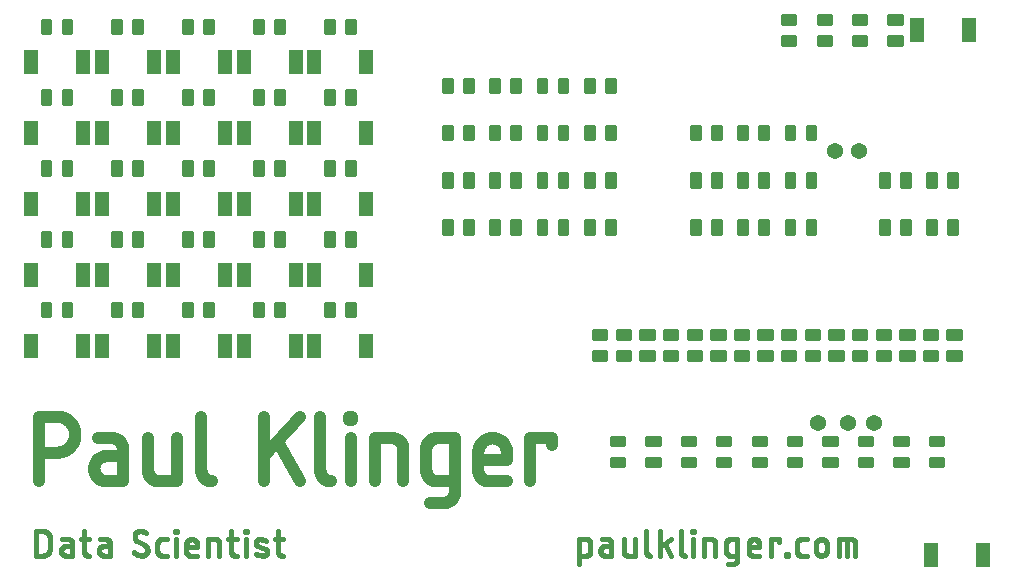
<source format=gts>
G04 EAGLE Gerber RS-274X export*
G75*
%MOMM*%
%FSLAX34Y34*%
%LPD*%
%INTop Solder Mask*%
%IPPOS*%
%AMOC8*
5,1,8,0,0,1.08239X$1,22.5*%
G01*
G04 Define Apertures*
%ADD10C,1.041400*%
%ADD11C,0.457200*%
%ADD12C,0.326897*%
%ADD13R,1.151600X2.101600*%
%ADD14C,1.376600*%
D10*
X35207Y105207D02*
X35207Y159793D01*
X50370Y159793D01*
X50739Y159789D01*
X51108Y159775D01*
X51477Y159753D01*
X51845Y159721D01*
X52212Y159681D01*
X52578Y159631D01*
X52942Y159573D01*
X53306Y159506D01*
X53667Y159430D01*
X54026Y159346D01*
X54384Y159252D01*
X54738Y159150D01*
X55091Y159039D01*
X55440Y158920D01*
X55787Y158792D01*
X56130Y158656D01*
X56470Y158512D01*
X56806Y158359D01*
X57138Y158199D01*
X57467Y158030D01*
X57791Y157853D01*
X58111Y157668D01*
X58426Y157476D01*
X58736Y157276D01*
X59042Y157068D01*
X59342Y156854D01*
X59637Y156631D01*
X59927Y156402D01*
X60211Y156166D01*
X60489Y155923D01*
X60761Y155673D01*
X61026Y155417D01*
X61286Y155154D01*
X61539Y154885D01*
X61785Y154610D01*
X62025Y154329D01*
X62258Y154043D01*
X62483Y153750D01*
X62702Y153453D01*
X62913Y153150D01*
X63117Y152842D01*
X63313Y152529D01*
X63502Y152212D01*
X63682Y151889D01*
X63855Y151563D01*
X64020Y151233D01*
X64177Y150898D01*
X64325Y150560D01*
X64465Y150219D01*
X64597Y149874D01*
X64721Y149526D01*
X64836Y149175D01*
X64942Y148821D01*
X65040Y148465D01*
X65129Y148107D01*
X65209Y147746D01*
X65281Y147384D01*
X65343Y147020D01*
X65397Y146655D01*
X65442Y146288D01*
X65478Y145921D01*
X65505Y145553D01*
X65523Y145184D01*
X65532Y144815D01*
X65532Y144445D01*
X65523Y144076D01*
X65505Y143707D01*
X65478Y143339D01*
X65442Y142972D01*
X65397Y142605D01*
X65343Y142240D01*
X65281Y141876D01*
X65209Y141514D01*
X65129Y141153D01*
X65040Y140795D01*
X64942Y140439D01*
X64836Y140085D01*
X64721Y139734D01*
X64597Y139386D01*
X64465Y139041D01*
X64325Y138700D01*
X64177Y138362D01*
X64020Y138027D01*
X63855Y137697D01*
X63682Y137371D01*
X63502Y137049D01*
X63313Y136731D01*
X63117Y136418D01*
X62913Y136110D01*
X62702Y135807D01*
X62483Y135510D01*
X62258Y135217D01*
X62025Y134931D01*
X61785Y134650D01*
X61539Y134375D01*
X61286Y134106D01*
X61026Y133843D01*
X60761Y133587D01*
X60489Y133337D01*
X60211Y133094D01*
X59927Y132858D01*
X59637Y132629D01*
X59342Y132406D01*
X59042Y132192D01*
X58736Y131984D01*
X58426Y131784D01*
X58111Y131592D01*
X57791Y131407D01*
X57467Y131230D01*
X57138Y131061D01*
X56806Y130901D01*
X56470Y130748D01*
X56130Y130604D01*
X55787Y130468D01*
X55440Y130340D01*
X55091Y130221D01*
X54738Y130110D01*
X54384Y130008D01*
X54026Y129914D01*
X53667Y129830D01*
X53306Y129754D01*
X52942Y129687D01*
X52578Y129629D01*
X52212Y129579D01*
X51845Y129539D01*
X51477Y129507D01*
X51108Y129485D01*
X50739Y129471D01*
X50370Y129467D01*
X35207Y129467D01*
X92242Y126435D02*
X105888Y126435D01*
X92242Y126435D02*
X91984Y126432D01*
X91725Y126422D01*
X91467Y126407D01*
X91210Y126385D01*
X90953Y126356D01*
X90697Y126322D01*
X90441Y126281D01*
X90187Y126234D01*
X89934Y126181D01*
X89683Y126122D01*
X89433Y126056D01*
X89184Y125985D01*
X88938Y125907D01*
X88693Y125824D01*
X88450Y125735D01*
X88210Y125639D01*
X87972Y125538D01*
X87737Y125431D01*
X87504Y125319D01*
X87274Y125201D01*
X87047Y125077D01*
X86823Y124948D01*
X86603Y124813D01*
X86386Y124673D01*
X86172Y124528D01*
X85961Y124377D01*
X85755Y124222D01*
X85552Y124061D01*
X85354Y123896D01*
X85159Y123726D01*
X84969Y123551D01*
X84783Y123372D01*
X84601Y123188D01*
X84424Y123000D01*
X84251Y122807D01*
X84084Y122610D01*
X83921Y122410D01*
X83763Y122205D01*
X83610Y121997D01*
X83462Y121785D01*
X83319Y121569D01*
X83182Y121350D01*
X83050Y121128D01*
X82924Y120903D01*
X82803Y120674D01*
X82687Y120443D01*
X82577Y120209D01*
X82473Y119972D01*
X82375Y119733D01*
X82283Y119492D01*
X82196Y119248D01*
X82116Y119002D01*
X82042Y118755D01*
X81973Y118506D01*
X81911Y118255D01*
X81855Y118002D01*
X81805Y117749D01*
X81761Y117494D01*
X81723Y117238D01*
X81692Y116982D01*
X81667Y116725D01*
X81648Y116467D01*
X81635Y116209D01*
X81629Y115950D01*
X81629Y115692D01*
X81635Y115433D01*
X81648Y115175D01*
X81667Y114917D01*
X81692Y114660D01*
X81723Y114404D01*
X81761Y114148D01*
X81805Y113893D01*
X81855Y113640D01*
X81911Y113387D01*
X81973Y113136D01*
X82042Y112887D01*
X82116Y112640D01*
X82196Y112394D01*
X82283Y112150D01*
X82375Y111909D01*
X82473Y111670D01*
X82577Y111433D01*
X82687Y111199D01*
X82803Y110968D01*
X82924Y110739D01*
X83050Y110514D01*
X83182Y110292D01*
X83319Y110073D01*
X83462Y109857D01*
X83610Y109645D01*
X83763Y109437D01*
X83921Y109232D01*
X84084Y109032D01*
X84251Y108835D01*
X84424Y108642D01*
X84601Y108454D01*
X84783Y108270D01*
X84969Y108091D01*
X85159Y107916D01*
X85354Y107746D01*
X85552Y107581D01*
X85755Y107420D01*
X85961Y107265D01*
X86172Y107114D01*
X86386Y106969D01*
X86603Y106829D01*
X86823Y106694D01*
X87047Y106565D01*
X87274Y106441D01*
X87504Y106323D01*
X87737Y106211D01*
X87972Y106104D01*
X88210Y106003D01*
X88450Y105907D01*
X88693Y105818D01*
X88938Y105735D01*
X89184Y105657D01*
X89433Y105586D01*
X89683Y105520D01*
X89934Y105461D01*
X90187Y105408D01*
X90441Y105361D01*
X90697Y105320D01*
X90953Y105286D01*
X91210Y105257D01*
X91467Y105235D01*
X91725Y105220D01*
X91984Y105210D01*
X92242Y105207D01*
X105888Y105207D01*
X105888Y132500D01*
X105889Y132500D02*
X105886Y132720D01*
X105878Y132940D01*
X105865Y133159D01*
X105847Y133378D01*
X105823Y133597D01*
X105794Y133815D01*
X105759Y134032D01*
X105720Y134248D01*
X105675Y134463D01*
X105625Y134677D01*
X105569Y134890D01*
X105509Y135102D01*
X105444Y135311D01*
X105373Y135520D01*
X105298Y135726D01*
X105217Y135931D01*
X105132Y136133D01*
X105042Y136334D01*
X104947Y136532D01*
X104847Y136728D01*
X104742Y136921D01*
X104633Y137112D01*
X104519Y137300D01*
X104401Y137486D01*
X104279Y137668D01*
X104151Y137848D01*
X104020Y138024D01*
X103884Y138197D01*
X103745Y138367D01*
X103601Y138533D01*
X103453Y138696D01*
X103302Y138855D01*
X103146Y139011D01*
X102987Y139162D01*
X102824Y139310D01*
X102658Y139454D01*
X102488Y139593D01*
X102315Y139729D01*
X102139Y139860D01*
X101959Y139988D01*
X101777Y140110D01*
X101591Y140228D01*
X101403Y140342D01*
X101212Y140451D01*
X101019Y140556D01*
X100823Y140656D01*
X100625Y140751D01*
X100424Y140841D01*
X100222Y140926D01*
X100017Y141007D01*
X99811Y141082D01*
X99602Y141153D01*
X99393Y141218D01*
X99181Y141278D01*
X98968Y141334D01*
X98754Y141384D01*
X98539Y141429D01*
X98323Y141468D01*
X98106Y141503D01*
X97888Y141532D01*
X97669Y141556D01*
X97450Y141574D01*
X97231Y141587D01*
X97011Y141595D01*
X96791Y141598D01*
X84660Y141598D01*
X127252Y141598D02*
X127252Y114305D01*
X127255Y114085D01*
X127263Y113865D01*
X127276Y113646D01*
X127294Y113427D01*
X127318Y113208D01*
X127347Y112990D01*
X127382Y112773D01*
X127421Y112557D01*
X127466Y112342D01*
X127516Y112128D01*
X127572Y111915D01*
X127632Y111703D01*
X127697Y111494D01*
X127768Y111285D01*
X127843Y111079D01*
X127924Y110874D01*
X128009Y110672D01*
X128099Y110471D01*
X128194Y110273D01*
X128294Y110077D01*
X128399Y109884D01*
X128508Y109693D01*
X128622Y109505D01*
X128740Y109319D01*
X128862Y109137D01*
X128990Y108957D01*
X129121Y108781D01*
X129257Y108608D01*
X129396Y108438D01*
X129540Y108272D01*
X129688Y108109D01*
X129839Y107950D01*
X129995Y107794D01*
X130154Y107643D01*
X130317Y107495D01*
X130483Y107351D01*
X130653Y107212D01*
X130826Y107076D01*
X131002Y106945D01*
X131182Y106817D01*
X131364Y106695D01*
X131550Y106577D01*
X131738Y106463D01*
X131929Y106354D01*
X132122Y106249D01*
X132318Y106149D01*
X132516Y106054D01*
X132717Y105964D01*
X132919Y105879D01*
X133124Y105798D01*
X133330Y105723D01*
X133539Y105652D01*
X133748Y105587D01*
X133960Y105527D01*
X134173Y105471D01*
X134387Y105421D01*
X134602Y105376D01*
X134818Y105337D01*
X135035Y105302D01*
X135253Y105273D01*
X135472Y105249D01*
X135691Y105231D01*
X135910Y105218D01*
X136130Y105210D01*
X136350Y105207D01*
X151513Y105207D01*
X151513Y141598D01*
X172317Y159793D02*
X172317Y114305D01*
X172320Y114085D01*
X172328Y113865D01*
X172341Y113646D01*
X172359Y113427D01*
X172383Y113208D01*
X172412Y112990D01*
X172447Y112773D01*
X172486Y112557D01*
X172531Y112342D01*
X172581Y112128D01*
X172637Y111915D01*
X172697Y111703D01*
X172762Y111494D01*
X172833Y111285D01*
X172908Y111079D01*
X172989Y110874D01*
X173074Y110672D01*
X173164Y110471D01*
X173259Y110273D01*
X173359Y110077D01*
X173464Y109884D01*
X173573Y109693D01*
X173687Y109505D01*
X173805Y109319D01*
X173927Y109137D01*
X174055Y108957D01*
X174186Y108781D01*
X174322Y108608D01*
X174461Y108438D01*
X174605Y108272D01*
X174753Y108109D01*
X174904Y107950D01*
X175060Y107794D01*
X175219Y107643D01*
X175382Y107495D01*
X175548Y107351D01*
X175718Y107212D01*
X175891Y107076D01*
X176067Y106945D01*
X176247Y106817D01*
X176429Y106695D01*
X176615Y106577D01*
X176803Y106463D01*
X176994Y106354D01*
X177187Y106249D01*
X177383Y106149D01*
X177581Y106054D01*
X177782Y105964D01*
X177984Y105879D01*
X178189Y105798D01*
X178395Y105723D01*
X178604Y105652D01*
X178813Y105587D01*
X179025Y105527D01*
X179238Y105471D01*
X179452Y105421D01*
X179667Y105376D01*
X179883Y105337D01*
X180100Y105302D01*
X180318Y105273D01*
X180537Y105249D01*
X180756Y105231D01*
X180975Y105218D01*
X181195Y105210D01*
X181415Y105207D01*
X225332Y105207D02*
X225332Y159793D01*
X255657Y159793D02*
X225332Y126435D01*
X237462Y138565D02*
X255657Y105207D01*
X273067Y114305D02*
X273067Y159793D01*
X273067Y114305D02*
X273070Y114085D01*
X273078Y113865D01*
X273091Y113646D01*
X273109Y113427D01*
X273133Y113208D01*
X273162Y112990D01*
X273197Y112773D01*
X273236Y112557D01*
X273281Y112342D01*
X273331Y112128D01*
X273387Y111915D01*
X273447Y111703D01*
X273512Y111494D01*
X273583Y111285D01*
X273658Y111079D01*
X273739Y110874D01*
X273824Y110672D01*
X273914Y110471D01*
X274009Y110273D01*
X274109Y110077D01*
X274214Y109884D01*
X274323Y109693D01*
X274437Y109505D01*
X274555Y109319D01*
X274677Y109137D01*
X274805Y108957D01*
X274936Y108781D01*
X275072Y108608D01*
X275211Y108438D01*
X275355Y108272D01*
X275503Y108109D01*
X275654Y107950D01*
X275810Y107794D01*
X275969Y107643D01*
X276132Y107495D01*
X276298Y107351D01*
X276468Y107212D01*
X276641Y107076D01*
X276817Y106945D01*
X276997Y106817D01*
X277179Y106695D01*
X277365Y106577D01*
X277553Y106463D01*
X277744Y106354D01*
X277937Y106249D01*
X278133Y106149D01*
X278331Y106054D01*
X278532Y105964D01*
X278734Y105879D01*
X278939Y105798D01*
X279145Y105723D01*
X279354Y105652D01*
X279563Y105587D01*
X279775Y105527D01*
X279988Y105471D01*
X280202Y105421D01*
X280417Y105376D01*
X280633Y105337D01*
X280850Y105302D01*
X281068Y105273D01*
X281287Y105249D01*
X281506Y105231D01*
X281725Y105218D01*
X281945Y105210D01*
X282165Y105207D01*
X298632Y105207D02*
X298632Y141598D01*
X297116Y156760D02*
X297116Y159793D01*
X300148Y159793D01*
X300148Y156760D01*
X297116Y156760D01*
X319002Y141598D02*
X319002Y105207D01*
X319002Y141598D02*
X334165Y141598D01*
X334388Y141595D01*
X334611Y141587D01*
X334834Y141573D01*
X335057Y141554D01*
X335279Y141530D01*
X335500Y141500D01*
X335720Y141464D01*
X335940Y141423D01*
X336158Y141377D01*
X336376Y141325D01*
X336592Y141268D01*
X336806Y141206D01*
X337019Y141139D01*
X337230Y141066D01*
X337439Y140988D01*
X337647Y140905D01*
X337852Y140817D01*
X338055Y140725D01*
X338256Y140627D01*
X338454Y140524D01*
X338649Y140416D01*
X338842Y140304D01*
X339032Y140186D01*
X339220Y140065D01*
X339404Y139938D01*
X339585Y139808D01*
X339762Y139672D01*
X339937Y139533D01*
X340108Y139389D01*
X340275Y139241D01*
X340438Y139089D01*
X340598Y138933D01*
X340754Y138773D01*
X340906Y138610D01*
X341054Y138443D01*
X341198Y138272D01*
X341337Y138097D01*
X341473Y137920D01*
X341603Y137739D01*
X341730Y137555D01*
X341851Y137367D01*
X341969Y137177D01*
X342081Y136984D01*
X342189Y136789D01*
X342292Y136591D01*
X342389Y136390D01*
X342482Y136187D01*
X342570Y135982D01*
X342653Y135774D01*
X342731Y135565D01*
X342804Y135354D01*
X342871Y135141D01*
X342933Y134927D01*
X342990Y134711D01*
X343042Y134493D01*
X343088Y134275D01*
X343129Y134055D01*
X343165Y133835D01*
X343195Y133614D01*
X343219Y133392D01*
X343238Y133169D01*
X343252Y132946D01*
X343260Y132723D01*
X343263Y132500D01*
X343262Y132500D02*
X343262Y105207D01*
X371850Y105207D02*
X387013Y105207D01*
X371850Y105207D02*
X371630Y105210D01*
X371410Y105218D01*
X371191Y105231D01*
X370972Y105249D01*
X370753Y105273D01*
X370535Y105302D01*
X370318Y105337D01*
X370102Y105376D01*
X369887Y105421D01*
X369673Y105471D01*
X369460Y105527D01*
X369248Y105587D01*
X369039Y105652D01*
X368830Y105723D01*
X368624Y105798D01*
X368419Y105879D01*
X368217Y105964D01*
X368016Y106054D01*
X367818Y106149D01*
X367622Y106249D01*
X367429Y106354D01*
X367238Y106463D01*
X367050Y106577D01*
X366864Y106695D01*
X366682Y106817D01*
X366502Y106945D01*
X366326Y107076D01*
X366153Y107212D01*
X365983Y107351D01*
X365817Y107495D01*
X365654Y107643D01*
X365495Y107794D01*
X365339Y107950D01*
X365188Y108109D01*
X365040Y108272D01*
X364896Y108438D01*
X364757Y108608D01*
X364621Y108781D01*
X364490Y108957D01*
X364362Y109137D01*
X364240Y109319D01*
X364122Y109505D01*
X364008Y109693D01*
X363899Y109884D01*
X363794Y110077D01*
X363694Y110273D01*
X363599Y110471D01*
X363509Y110672D01*
X363424Y110874D01*
X363343Y111079D01*
X363268Y111285D01*
X363197Y111494D01*
X363132Y111703D01*
X363072Y111915D01*
X363016Y112128D01*
X362966Y112342D01*
X362921Y112557D01*
X362882Y112773D01*
X362847Y112990D01*
X362818Y113208D01*
X362794Y113427D01*
X362776Y113646D01*
X362763Y113865D01*
X362755Y114085D01*
X362752Y114305D01*
X362753Y114305D02*
X362753Y132500D01*
X362752Y132500D02*
X362755Y132720D01*
X362763Y132940D01*
X362776Y133159D01*
X362794Y133378D01*
X362818Y133597D01*
X362847Y133815D01*
X362882Y134032D01*
X362921Y134248D01*
X362966Y134463D01*
X363016Y134677D01*
X363072Y134890D01*
X363132Y135102D01*
X363197Y135311D01*
X363268Y135520D01*
X363343Y135726D01*
X363424Y135931D01*
X363509Y136133D01*
X363599Y136334D01*
X363694Y136532D01*
X363794Y136728D01*
X363899Y136921D01*
X364008Y137112D01*
X364122Y137300D01*
X364240Y137486D01*
X364362Y137668D01*
X364490Y137848D01*
X364621Y138024D01*
X364757Y138197D01*
X364896Y138367D01*
X365040Y138533D01*
X365188Y138696D01*
X365339Y138855D01*
X365495Y139011D01*
X365654Y139162D01*
X365817Y139310D01*
X365983Y139454D01*
X366153Y139593D01*
X366326Y139729D01*
X366502Y139860D01*
X366682Y139988D01*
X366864Y140110D01*
X367050Y140228D01*
X367238Y140342D01*
X367429Y140451D01*
X367622Y140556D01*
X367818Y140656D01*
X368016Y140751D01*
X368217Y140841D01*
X368419Y140926D01*
X368624Y141007D01*
X368830Y141082D01*
X369039Y141153D01*
X369248Y141218D01*
X369460Y141278D01*
X369673Y141334D01*
X369887Y141384D01*
X370102Y141429D01*
X370318Y141468D01*
X370535Y141503D01*
X370753Y141532D01*
X370972Y141556D01*
X371191Y141574D01*
X371410Y141587D01*
X371630Y141595D01*
X371850Y141598D01*
X387013Y141598D01*
X387013Y96109D01*
X387010Y95889D01*
X387002Y95669D01*
X386989Y95450D01*
X386971Y95231D01*
X386947Y95012D01*
X386918Y94794D01*
X386883Y94577D01*
X386844Y94361D01*
X386799Y94146D01*
X386749Y93932D01*
X386693Y93719D01*
X386633Y93507D01*
X386568Y93298D01*
X386497Y93089D01*
X386422Y92883D01*
X386341Y92678D01*
X386256Y92476D01*
X386166Y92275D01*
X386071Y92077D01*
X385971Y91881D01*
X385866Y91688D01*
X385757Y91497D01*
X385643Y91309D01*
X385525Y91123D01*
X385403Y90941D01*
X385275Y90761D01*
X385144Y90585D01*
X385008Y90412D01*
X384869Y90242D01*
X384725Y90076D01*
X384577Y89913D01*
X384426Y89754D01*
X384270Y89598D01*
X384111Y89447D01*
X383948Y89299D01*
X383782Y89155D01*
X383612Y89016D01*
X383439Y88880D01*
X383263Y88749D01*
X383083Y88621D01*
X382901Y88499D01*
X382715Y88381D01*
X382527Y88267D01*
X382336Y88158D01*
X382143Y88053D01*
X381947Y87953D01*
X381749Y87858D01*
X381548Y87768D01*
X381346Y87683D01*
X381141Y87602D01*
X380935Y87527D01*
X380726Y87456D01*
X380517Y87391D01*
X380305Y87331D01*
X380092Y87275D01*
X379878Y87225D01*
X379663Y87180D01*
X379447Y87141D01*
X379230Y87106D01*
X379012Y87077D01*
X378793Y87053D01*
X378574Y87035D01*
X378355Y87022D01*
X378135Y87014D01*
X377915Y87011D01*
X377915Y87012D02*
X365785Y87012D01*
X415850Y105207D02*
X431012Y105207D01*
X415850Y105207D02*
X415630Y105210D01*
X415410Y105218D01*
X415191Y105231D01*
X414972Y105249D01*
X414753Y105273D01*
X414535Y105302D01*
X414318Y105337D01*
X414102Y105376D01*
X413887Y105421D01*
X413673Y105471D01*
X413460Y105527D01*
X413248Y105587D01*
X413039Y105652D01*
X412830Y105723D01*
X412624Y105798D01*
X412419Y105879D01*
X412217Y105964D01*
X412016Y106054D01*
X411818Y106149D01*
X411622Y106249D01*
X411429Y106354D01*
X411238Y106463D01*
X411050Y106577D01*
X410864Y106695D01*
X410682Y106817D01*
X410502Y106945D01*
X410326Y107076D01*
X410153Y107212D01*
X409983Y107351D01*
X409817Y107495D01*
X409654Y107643D01*
X409495Y107794D01*
X409339Y107950D01*
X409188Y108109D01*
X409040Y108272D01*
X408896Y108438D01*
X408757Y108608D01*
X408621Y108781D01*
X408490Y108957D01*
X408362Y109137D01*
X408240Y109319D01*
X408122Y109505D01*
X408008Y109693D01*
X407899Y109884D01*
X407794Y110077D01*
X407694Y110273D01*
X407599Y110471D01*
X407509Y110672D01*
X407424Y110874D01*
X407343Y111079D01*
X407268Y111285D01*
X407197Y111494D01*
X407132Y111703D01*
X407072Y111915D01*
X407016Y112128D01*
X406966Y112342D01*
X406921Y112557D01*
X406882Y112773D01*
X406847Y112990D01*
X406818Y113208D01*
X406794Y113427D01*
X406776Y113646D01*
X406763Y113865D01*
X406755Y114085D01*
X406752Y114305D01*
X406752Y129467D01*
X406756Y129762D01*
X406766Y130058D01*
X406784Y130352D01*
X406810Y130647D01*
X406842Y130940D01*
X406881Y131233D01*
X406928Y131525D01*
X406981Y131815D01*
X407042Y132104D01*
X407110Y132392D01*
X407185Y132678D01*
X407266Y132962D01*
X407355Y133243D01*
X407450Y133523D01*
X407552Y133800D01*
X407661Y134075D01*
X407777Y134347D01*
X407899Y134616D01*
X408028Y134882D01*
X408163Y135144D01*
X408304Y135404D01*
X408452Y135659D01*
X408606Y135912D01*
X408766Y136160D01*
X408932Y136404D01*
X409103Y136645D01*
X409281Y136881D01*
X409465Y137112D01*
X409653Y137339D01*
X409848Y137562D01*
X410048Y137779D01*
X410253Y137992D01*
X410463Y138199D01*
X410678Y138402D01*
X410898Y138599D01*
X411123Y138791D01*
X411352Y138977D01*
X411586Y139157D01*
X411824Y139332D01*
X412066Y139501D01*
X412313Y139664D01*
X412563Y139821D01*
X412817Y139972D01*
X413075Y140116D01*
X413336Y140255D01*
X413600Y140387D01*
X413867Y140512D01*
X414138Y140631D01*
X414411Y140743D01*
X414687Y140849D01*
X414965Y140947D01*
X415246Y141039D01*
X415529Y141124D01*
X415814Y141203D01*
X416101Y141274D01*
X416389Y141338D01*
X416679Y141395D01*
X416970Y141445D01*
X417262Y141488D01*
X417555Y141524D01*
X417849Y141553D01*
X418144Y141575D01*
X418439Y141589D01*
X418734Y141596D01*
X419030Y141596D01*
X419325Y141589D01*
X419620Y141575D01*
X419915Y141553D01*
X420209Y141524D01*
X420502Y141488D01*
X420794Y141445D01*
X421085Y141395D01*
X421375Y141338D01*
X421663Y141274D01*
X421950Y141203D01*
X422235Y141124D01*
X422518Y141039D01*
X422799Y140947D01*
X423077Y140849D01*
X423353Y140743D01*
X423626Y140631D01*
X423897Y140512D01*
X424164Y140387D01*
X424428Y140255D01*
X424689Y140116D01*
X424947Y139972D01*
X425201Y139821D01*
X425451Y139664D01*
X425698Y139501D01*
X425940Y139332D01*
X426178Y139157D01*
X426412Y138977D01*
X426641Y138791D01*
X426866Y138599D01*
X427086Y138402D01*
X427301Y138199D01*
X427511Y137992D01*
X427716Y137779D01*
X427916Y137562D01*
X428111Y137339D01*
X428299Y137112D01*
X428483Y136881D01*
X428661Y136645D01*
X428832Y136404D01*
X428998Y136160D01*
X429158Y135912D01*
X429312Y135659D01*
X429460Y135404D01*
X429601Y135144D01*
X429736Y134882D01*
X429865Y134616D01*
X429987Y134347D01*
X430103Y134075D01*
X430212Y133800D01*
X430314Y133523D01*
X430409Y133243D01*
X430498Y132962D01*
X430579Y132678D01*
X430654Y132392D01*
X430722Y132104D01*
X430783Y131815D01*
X430836Y131525D01*
X430883Y131233D01*
X430922Y130940D01*
X430954Y130647D01*
X430980Y130352D01*
X430998Y130058D01*
X431008Y129762D01*
X431012Y129467D01*
X431012Y123402D01*
X406752Y123402D01*
X450801Y105207D02*
X450801Y141598D01*
X468996Y141598D01*
X468996Y135533D01*
D11*
X492286Y56171D02*
X492286Y35343D01*
X492286Y56171D02*
X498072Y56171D01*
X498188Y56169D01*
X498304Y56163D01*
X498419Y56154D01*
X498535Y56140D01*
X498649Y56123D01*
X498763Y56101D01*
X498877Y56076D01*
X498989Y56048D01*
X499100Y56015D01*
X499211Y55979D01*
X499319Y55939D01*
X499427Y55896D01*
X499533Y55849D01*
X499637Y55798D01*
X499740Y55744D01*
X499841Y55686D01*
X499940Y55626D01*
X500036Y55562D01*
X500131Y55494D01*
X500223Y55424D01*
X500313Y55351D01*
X500400Y55274D01*
X500485Y55195D01*
X500567Y55113D01*
X500646Y55028D01*
X500723Y54941D01*
X500796Y54851D01*
X500866Y54759D01*
X500934Y54664D01*
X500998Y54568D01*
X501058Y54469D01*
X501116Y54368D01*
X501170Y54265D01*
X501221Y54161D01*
X501268Y54055D01*
X501311Y53948D01*
X501351Y53839D01*
X501387Y53728D01*
X501420Y53617D01*
X501448Y53505D01*
X501473Y53391D01*
X501495Y53277D01*
X501512Y53163D01*
X501526Y53047D01*
X501535Y52932D01*
X501541Y52816D01*
X501543Y52700D01*
X501543Y45757D01*
X501541Y45641D01*
X501535Y45525D01*
X501526Y45410D01*
X501512Y45294D01*
X501495Y45180D01*
X501473Y45066D01*
X501448Y44952D01*
X501420Y44840D01*
X501387Y44729D01*
X501351Y44618D01*
X501311Y44509D01*
X501268Y44402D01*
X501221Y44296D01*
X501170Y44192D01*
X501116Y44089D01*
X501058Y43988D01*
X500998Y43889D01*
X500934Y43793D01*
X500866Y43698D01*
X500796Y43606D01*
X500723Y43516D01*
X500646Y43429D01*
X500567Y43344D01*
X500485Y43262D01*
X500400Y43183D01*
X500313Y43106D01*
X500223Y43033D01*
X500131Y42963D01*
X500036Y42895D01*
X499940Y42831D01*
X499841Y42771D01*
X499740Y42713D01*
X499637Y42659D01*
X499533Y42608D01*
X499427Y42561D01*
X499320Y42518D01*
X499211Y42478D01*
X499100Y42442D01*
X498989Y42409D01*
X498877Y42381D01*
X498763Y42356D01*
X498649Y42334D01*
X498535Y42317D01*
X498419Y42303D01*
X498304Y42294D01*
X498188Y42288D01*
X498072Y42286D01*
X492286Y42286D01*
X514175Y50386D02*
X519382Y50386D01*
X514175Y50386D02*
X514049Y50384D01*
X513923Y50378D01*
X513798Y50368D01*
X513672Y50355D01*
X513548Y50337D01*
X513424Y50316D01*
X513300Y50290D01*
X513178Y50261D01*
X513056Y50228D01*
X512935Y50192D01*
X512816Y50151D01*
X512698Y50107D01*
X512582Y50059D01*
X512467Y50008D01*
X512353Y49953D01*
X512242Y49895D01*
X512132Y49833D01*
X512024Y49768D01*
X511918Y49699D01*
X511815Y49627D01*
X511714Y49552D01*
X511615Y49474D01*
X511518Y49393D01*
X511425Y49309D01*
X511334Y49222D01*
X511245Y49132D01*
X511160Y49040D01*
X511077Y48945D01*
X510997Y48847D01*
X510921Y48747D01*
X510847Y48645D01*
X510777Y48540D01*
X510710Y48433D01*
X510647Y48325D01*
X510587Y48214D01*
X510530Y48101D01*
X510477Y47987D01*
X510427Y47871D01*
X510381Y47754D01*
X510339Y47635D01*
X510301Y47515D01*
X510266Y47394D01*
X510235Y47272D01*
X510207Y47149D01*
X510184Y47025D01*
X510165Y46901D01*
X510149Y46776D01*
X510137Y46651D01*
X510129Y46525D01*
X510125Y46399D01*
X510125Y46273D01*
X510129Y46147D01*
X510137Y46021D01*
X510149Y45896D01*
X510165Y45771D01*
X510184Y45647D01*
X510207Y45523D01*
X510235Y45400D01*
X510266Y45278D01*
X510301Y45157D01*
X510339Y45037D01*
X510381Y44918D01*
X510427Y44801D01*
X510477Y44685D01*
X510530Y44571D01*
X510587Y44458D01*
X510647Y44347D01*
X510710Y44239D01*
X510777Y44132D01*
X510847Y44027D01*
X510921Y43925D01*
X510997Y43825D01*
X511077Y43727D01*
X511160Y43632D01*
X511245Y43540D01*
X511334Y43450D01*
X511425Y43363D01*
X511518Y43279D01*
X511615Y43198D01*
X511714Y43120D01*
X511815Y43045D01*
X511918Y42973D01*
X512024Y42904D01*
X512132Y42839D01*
X512242Y42777D01*
X512353Y42719D01*
X512467Y42664D01*
X512582Y42613D01*
X512698Y42565D01*
X512816Y42521D01*
X512935Y42480D01*
X513056Y42444D01*
X513178Y42411D01*
X513300Y42382D01*
X513424Y42356D01*
X513548Y42335D01*
X513672Y42317D01*
X513798Y42304D01*
X513923Y42294D01*
X514049Y42288D01*
X514175Y42286D01*
X519382Y42286D01*
X519382Y52700D01*
X519380Y52816D01*
X519374Y52932D01*
X519365Y53047D01*
X519351Y53163D01*
X519334Y53277D01*
X519312Y53391D01*
X519287Y53505D01*
X519259Y53617D01*
X519226Y53728D01*
X519190Y53839D01*
X519150Y53948D01*
X519107Y54055D01*
X519060Y54161D01*
X519009Y54265D01*
X518955Y54368D01*
X518897Y54469D01*
X518837Y54568D01*
X518773Y54664D01*
X518705Y54759D01*
X518635Y54851D01*
X518562Y54941D01*
X518485Y55028D01*
X518406Y55113D01*
X518324Y55195D01*
X518239Y55274D01*
X518152Y55351D01*
X518062Y55424D01*
X517970Y55494D01*
X517875Y55562D01*
X517779Y55626D01*
X517680Y55686D01*
X517579Y55744D01*
X517476Y55798D01*
X517372Y55849D01*
X517266Y55896D01*
X517159Y55939D01*
X517050Y55979D01*
X516939Y56015D01*
X516828Y56048D01*
X516716Y56076D01*
X516602Y56101D01*
X516488Y56123D01*
X516374Y56140D01*
X516258Y56154D01*
X516143Y56163D01*
X516027Y56169D01*
X515911Y56171D01*
X511282Y56171D01*
X529740Y56171D02*
X529740Y45757D01*
X529742Y45641D01*
X529748Y45525D01*
X529757Y45410D01*
X529771Y45294D01*
X529788Y45180D01*
X529810Y45066D01*
X529835Y44952D01*
X529863Y44840D01*
X529896Y44729D01*
X529932Y44618D01*
X529972Y44509D01*
X530015Y44402D01*
X530062Y44296D01*
X530113Y44192D01*
X530167Y44089D01*
X530225Y43988D01*
X530285Y43889D01*
X530349Y43793D01*
X530417Y43698D01*
X530487Y43606D01*
X530560Y43516D01*
X530637Y43429D01*
X530716Y43344D01*
X530798Y43262D01*
X530883Y43183D01*
X530970Y43106D01*
X531060Y43033D01*
X531152Y42963D01*
X531247Y42895D01*
X531343Y42831D01*
X531442Y42771D01*
X531543Y42713D01*
X531646Y42659D01*
X531750Y42608D01*
X531856Y42561D01*
X531963Y42518D01*
X532072Y42478D01*
X532183Y42442D01*
X532294Y42409D01*
X532406Y42381D01*
X532520Y42356D01*
X532634Y42334D01*
X532748Y42317D01*
X532864Y42303D01*
X532979Y42294D01*
X533095Y42288D01*
X533211Y42286D01*
X538997Y42286D01*
X538997Y56171D01*
X548751Y63114D02*
X548751Y45757D01*
X548753Y45641D01*
X548759Y45525D01*
X548768Y45410D01*
X548782Y45294D01*
X548799Y45180D01*
X548821Y45066D01*
X548846Y44952D01*
X548874Y44840D01*
X548907Y44729D01*
X548943Y44618D01*
X548983Y44509D01*
X549026Y44402D01*
X549073Y44296D01*
X549124Y44192D01*
X549178Y44089D01*
X549236Y43988D01*
X549296Y43889D01*
X549360Y43793D01*
X549428Y43698D01*
X549498Y43606D01*
X549571Y43516D01*
X549648Y43429D01*
X549727Y43344D01*
X549809Y43262D01*
X549894Y43183D01*
X549981Y43106D01*
X550071Y43033D01*
X550163Y42963D01*
X550258Y42895D01*
X550354Y42831D01*
X550453Y42771D01*
X550554Y42713D01*
X550657Y42659D01*
X550761Y42608D01*
X550867Y42561D01*
X550974Y42518D01*
X551083Y42478D01*
X551194Y42442D01*
X551305Y42409D01*
X551417Y42381D01*
X551531Y42356D01*
X551645Y42334D01*
X551759Y42317D01*
X551875Y42303D01*
X551990Y42294D01*
X552106Y42288D01*
X552222Y42286D01*
X560658Y42286D02*
X560658Y63114D01*
X569915Y56171D02*
X560658Y49229D01*
X564708Y52121D02*
X569915Y42286D01*
X577981Y45757D02*
X577981Y63114D01*
X577981Y45757D02*
X577983Y45641D01*
X577989Y45525D01*
X577998Y45410D01*
X578012Y45294D01*
X578029Y45180D01*
X578051Y45066D01*
X578076Y44952D01*
X578104Y44840D01*
X578137Y44729D01*
X578173Y44618D01*
X578213Y44509D01*
X578256Y44402D01*
X578303Y44296D01*
X578354Y44192D01*
X578408Y44089D01*
X578466Y43988D01*
X578526Y43889D01*
X578590Y43793D01*
X578658Y43698D01*
X578728Y43606D01*
X578801Y43516D01*
X578878Y43429D01*
X578957Y43344D01*
X579039Y43262D01*
X579124Y43183D01*
X579211Y43106D01*
X579301Y43033D01*
X579393Y42963D01*
X579488Y42895D01*
X579584Y42831D01*
X579683Y42771D01*
X579784Y42713D01*
X579887Y42659D01*
X579991Y42608D01*
X580097Y42561D01*
X580204Y42518D01*
X580313Y42478D01*
X580424Y42442D01*
X580535Y42409D01*
X580647Y42381D01*
X580761Y42356D01*
X580875Y42334D01*
X580989Y42317D01*
X581105Y42303D01*
X581220Y42294D01*
X581336Y42288D01*
X581452Y42286D01*
X588653Y42286D02*
X588653Y56171D01*
X588075Y61957D02*
X588075Y63114D01*
X589232Y63114D01*
X589232Y61957D01*
X588075Y61957D01*
X597944Y56171D02*
X597944Y42286D01*
X597944Y56171D02*
X603729Y56171D01*
X603845Y56169D01*
X603961Y56163D01*
X604076Y56154D01*
X604192Y56140D01*
X604306Y56123D01*
X604420Y56101D01*
X604534Y56076D01*
X604646Y56048D01*
X604757Y56015D01*
X604868Y55979D01*
X604976Y55939D01*
X605084Y55896D01*
X605190Y55849D01*
X605294Y55798D01*
X605397Y55744D01*
X605498Y55686D01*
X605597Y55626D01*
X605693Y55562D01*
X605788Y55494D01*
X605880Y55424D01*
X605970Y55351D01*
X606057Y55274D01*
X606142Y55195D01*
X606224Y55113D01*
X606303Y55028D01*
X606380Y54941D01*
X606453Y54851D01*
X606523Y54759D01*
X606591Y54664D01*
X606655Y54568D01*
X606715Y54469D01*
X606773Y54368D01*
X606827Y54265D01*
X606878Y54161D01*
X606925Y54055D01*
X606968Y53948D01*
X607008Y53839D01*
X607044Y53728D01*
X607077Y53617D01*
X607105Y53505D01*
X607130Y53391D01*
X607152Y53277D01*
X607169Y53163D01*
X607183Y53047D01*
X607192Y52932D01*
X607198Y52816D01*
X607200Y52700D01*
X607201Y52700D02*
X607201Y42286D01*
X620078Y42286D02*
X625864Y42286D01*
X620078Y42286D02*
X619962Y42288D01*
X619846Y42294D01*
X619731Y42303D01*
X619615Y42317D01*
X619501Y42334D01*
X619387Y42356D01*
X619273Y42381D01*
X619161Y42409D01*
X619050Y42442D01*
X618939Y42478D01*
X618830Y42518D01*
X618723Y42561D01*
X618617Y42608D01*
X618513Y42659D01*
X618410Y42713D01*
X618309Y42771D01*
X618210Y42831D01*
X618114Y42895D01*
X618019Y42963D01*
X617927Y43033D01*
X617837Y43106D01*
X617750Y43183D01*
X617665Y43262D01*
X617583Y43344D01*
X617504Y43429D01*
X617427Y43516D01*
X617354Y43606D01*
X617284Y43698D01*
X617216Y43793D01*
X617152Y43889D01*
X617092Y43988D01*
X617034Y44089D01*
X616980Y44192D01*
X616929Y44296D01*
X616882Y44402D01*
X616839Y44509D01*
X616799Y44618D01*
X616763Y44729D01*
X616730Y44840D01*
X616702Y44952D01*
X616677Y45066D01*
X616655Y45180D01*
X616638Y45294D01*
X616624Y45410D01*
X616615Y45525D01*
X616609Y45641D01*
X616607Y45757D01*
X616607Y52700D01*
X616609Y52816D01*
X616615Y52932D01*
X616624Y53047D01*
X616638Y53163D01*
X616655Y53277D01*
X616677Y53391D01*
X616702Y53505D01*
X616730Y53617D01*
X616763Y53728D01*
X616799Y53839D01*
X616839Y53948D01*
X616882Y54055D01*
X616929Y54161D01*
X616980Y54265D01*
X617034Y54368D01*
X617092Y54469D01*
X617152Y54568D01*
X617216Y54664D01*
X617284Y54759D01*
X617354Y54851D01*
X617427Y54941D01*
X617504Y55028D01*
X617583Y55113D01*
X617665Y55195D01*
X617750Y55274D01*
X617837Y55351D01*
X617927Y55424D01*
X618019Y55494D01*
X618114Y55562D01*
X618210Y55626D01*
X618309Y55686D01*
X618410Y55744D01*
X618513Y55798D01*
X618617Y55849D01*
X618723Y55896D01*
X618830Y55939D01*
X618939Y55979D01*
X619050Y56015D01*
X619161Y56048D01*
X619273Y56076D01*
X619387Y56101D01*
X619501Y56123D01*
X619615Y56140D01*
X619731Y56154D01*
X619846Y56163D01*
X619962Y56169D01*
X620078Y56171D01*
X625864Y56171D01*
X625864Y38815D01*
X625863Y38815D02*
X625861Y38699D01*
X625855Y38583D01*
X625846Y38468D01*
X625832Y38352D01*
X625815Y38238D01*
X625793Y38124D01*
X625768Y38010D01*
X625740Y37898D01*
X625707Y37787D01*
X625671Y37676D01*
X625631Y37568D01*
X625588Y37460D01*
X625541Y37354D01*
X625490Y37250D01*
X625436Y37147D01*
X625378Y37046D01*
X625318Y36947D01*
X625254Y36851D01*
X625186Y36756D01*
X625116Y36664D01*
X625043Y36574D01*
X624966Y36487D01*
X624887Y36402D01*
X624805Y36320D01*
X624720Y36241D01*
X624633Y36164D01*
X624543Y36091D01*
X624451Y36021D01*
X624356Y35953D01*
X624260Y35889D01*
X624161Y35829D01*
X624060Y35771D01*
X623957Y35717D01*
X623853Y35666D01*
X623747Y35619D01*
X623640Y35576D01*
X623531Y35536D01*
X623420Y35500D01*
X623309Y35467D01*
X623197Y35439D01*
X623083Y35414D01*
X622969Y35392D01*
X622855Y35375D01*
X622739Y35361D01*
X622624Y35352D01*
X622508Y35346D01*
X622392Y35344D01*
X622392Y35343D02*
X617764Y35343D01*
X638997Y42286D02*
X644782Y42286D01*
X638997Y42286D02*
X638881Y42288D01*
X638765Y42294D01*
X638650Y42303D01*
X638534Y42317D01*
X638420Y42334D01*
X638306Y42356D01*
X638192Y42381D01*
X638080Y42409D01*
X637969Y42442D01*
X637858Y42478D01*
X637749Y42518D01*
X637642Y42561D01*
X637536Y42608D01*
X637432Y42659D01*
X637329Y42713D01*
X637228Y42771D01*
X637129Y42831D01*
X637033Y42895D01*
X636938Y42963D01*
X636846Y43033D01*
X636756Y43106D01*
X636669Y43183D01*
X636584Y43262D01*
X636502Y43344D01*
X636423Y43429D01*
X636346Y43516D01*
X636273Y43606D01*
X636203Y43698D01*
X636135Y43793D01*
X636071Y43889D01*
X636011Y43988D01*
X635953Y44089D01*
X635899Y44192D01*
X635848Y44296D01*
X635801Y44402D01*
X635758Y44509D01*
X635718Y44618D01*
X635682Y44729D01*
X635649Y44840D01*
X635621Y44952D01*
X635596Y45066D01*
X635574Y45180D01*
X635557Y45294D01*
X635543Y45410D01*
X635534Y45525D01*
X635528Y45641D01*
X635526Y45757D01*
X635526Y51543D01*
X635528Y51678D01*
X635534Y51812D01*
X635544Y51946D01*
X635557Y52080D01*
X635575Y52214D01*
X635596Y52347D01*
X635622Y52479D01*
X635651Y52610D01*
X635684Y52741D01*
X635720Y52870D01*
X635761Y52999D01*
X635805Y53126D01*
X635853Y53252D01*
X635904Y53376D01*
X635960Y53499D01*
X636018Y53620D01*
X636080Y53739D01*
X636146Y53857D01*
X636215Y53973D01*
X636287Y54086D01*
X636363Y54198D01*
X636442Y54307D01*
X636524Y54413D01*
X636609Y54518D01*
X636697Y54620D01*
X636788Y54719D01*
X636882Y54815D01*
X636978Y54909D01*
X637077Y55000D01*
X637179Y55088D01*
X637284Y55173D01*
X637390Y55255D01*
X637499Y55334D01*
X637611Y55410D01*
X637724Y55482D01*
X637840Y55551D01*
X637958Y55617D01*
X638077Y55679D01*
X638198Y55737D01*
X638321Y55793D01*
X638445Y55844D01*
X638571Y55892D01*
X638698Y55936D01*
X638827Y55977D01*
X638956Y56013D01*
X639087Y56046D01*
X639218Y56075D01*
X639350Y56101D01*
X639483Y56122D01*
X639617Y56140D01*
X639751Y56153D01*
X639885Y56163D01*
X640019Y56169D01*
X640154Y56171D01*
X640289Y56169D01*
X640423Y56163D01*
X640557Y56153D01*
X640691Y56140D01*
X640825Y56122D01*
X640958Y56101D01*
X641090Y56075D01*
X641221Y56046D01*
X641352Y56013D01*
X641481Y55977D01*
X641610Y55936D01*
X641737Y55892D01*
X641863Y55844D01*
X641987Y55793D01*
X642110Y55737D01*
X642231Y55679D01*
X642350Y55617D01*
X642468Y55551D01*
X642584Y55482D01*
X642697Y55410D01*
X642809Y55334D01*
X642918Y55255D01*
X643024Y55173D01*
X643129Y55088D01*
X643231Y55000D01*
X643330Y54909D01*
X643426Y54815D01*
X643520Y54719D01*
X643611Y54620D01*
X643699Y54518D01*
X643784Y54413D01*
X643866Y54307D01*
X643945Y54198D01*
X644021Y54086D01*
X644093Y53973D01*
X644162Y53857D01*
X644228Y53739D01*
X644290Y53620D01*
X644348Y53499D01*
X644404Y53376D01*
X644455Y53252D01*
X644503Y53126D01*
X644547Y52999D01*
X644588Y52870D01*
X644624Y52741D01*
X644657Y52610D01*
X644686Y52479D01*
X644712Y52347D01*
X644733Y52214D01*
X644751Y52080D01*
X644764Y51946D01*
X644774Y51812D01*
X644780Y51678D01*
X644782Y51543D01*
X644782Y49229D01*
X635526Y49229D01*
X654477Y42286D02*
X654477Y56171D01*
X661419Y56171D01*
X661419Y53857D01*
X667414Y43443D02*
X667414Y42286D01*
X667414Y43443D02*
X668571Y43443D01*
X668571Y42286D01*
X667414Y42286D01*
X680095Y42286D02*
X684723Y42286D01*
X680095Y42286D02*
X679979Y42288D01*
X679863Y42294D01*
X679748Y42303D01*
X679632Y42317D01*
X679518Y42334D01*
X679404Y42356D01*
X679290Y42381D01*
X679178Y42409D01*
X679067Y42442D01*
X678956Y42478D01*
X678847Y42518D01*
X678740Y42561D01*
X678634Y42608D01*
X678530Y42659D01*
X678427Y42713D01*
X678326Y42771D01*
X678227Y42831D01*
X678131Y42895D01*
X678036Y42963D01*
X677944Y43033D01*
X677854Y43106D01*
X677767Y43183D01*
X677682Y43262D01*
X677600Y43344D01*
X677521Y43429D01*
X677444Y43516D01*
X677371Y43606D01*
X677301Y43698D01*
X677233Y43793D01*
X677169Y43889D01*
X677109Y43988D01*
X677051Y44089D01*
X676997Y44192D01*
X676946Y44296D01*
X676899Y44402D01*
X676856Y44509D01*
X676816Y44618D01*
X676780Y44729D01*
X676747Y44840D01*
X676719Y44952D01*
X676694Y45066D01*
X676672Y45180D01*
X676655Y45294D01*
X676641Y45410D01*
X676632Y45525D01*
X676626Y45641D01*
X676624Y45757D01*
X676623Y45757D02*
X676623Y52700D01*
X676624Y52700D02*
X676626Y52816D01*
X676632Y52932D01*
X676641Y53047D01*
X676655Y53163D01*
X676672Y53277D01*
X676694Y53391D01*
X676719Y53505D01*
X676747Y53617D01*
X676780Y53728D01*
X676816Y53839D01*
X676856Y53948D01*
X676899Y54055D01*
X676946Y54161D01*
X676997Y54265D01*
X677051Y54368D01*
X677109Y54469D01*
X677169Y54568D01*
X677233Y54664D01*
X677301Y54759D01*
X677371Y54851D01*
X677444Y54941D01*
X677521Y55028D01*
X677600Y55113D01*
X677682Y55195D01*
X677767Y55274D01*
X677854Y55351D01*
X677944Y55424D01*
X678036Y55494D01*
X678131Y55562D01*
X678227Y55626D01*
X678326Y55686D01*
X678427Y55744D01*
X678530Y55798D01*
X678634Y55849D01*
X678740Y55896D01*
X678847Y55939D01*
X678956Y55979D01*
X679067Y56015D01*
X679178Y56048D01*
X679290Y56076D01*
X679404Y56101D01*
X679518Y56123D01*
X679632Y56140D01*
X679748Y56154D01*
X679863Y56163D01*
X679979Y56169D01*
X680095Y56171D01*
X684723Y56171D01*
X692594Y51543D02*
X692594Y46914D01*
X692595Y51543D02*
X692597Y51678D01*
X692603Y51812D01*
X692613Y51946D01*
X692626Y52080D01*
X692644Y52214D01*
X692665Y52347D01*
X692691Y52479D01*
X692720Y52610D01*
X692753Y52741D01*
X692789Y52870D01*
X692830Y52999D01*
X692874Y53126D01*
X692922Y53252D01*
X692973Y53376D01*
X693029Y53499D01*
X693087Y53620D01*
X693149Y53739D01*
X693215Y53857D01*
X693284Y53973D01*
X693356Y54086D01*
X693432Y54198D01*
X693511Y54307D01*
X693593Y54413D01*
X693678Y54518D01*
X693766Y54620D01*
X693857Y54719D01*
X693951Y54815D01*
X694047Y54909D01*
X694146Y55000D01*
X694248Y55088D01*
X694353Y55173D01*
X694459Y55255D01*
X694568Y55334D01*
X694680Y55410D01*
X694793Y55482D01*
X694909Y55551D01*
X695027Y55617D01*
X695146Y55679D01*
X695267Y55737D01*
X695390Y55793D01*
X695514Y55844D01*
X695640Y55892D01*
X695767Y55936D01*
X695896Y55977D01*
X696025Y56013D01*
X696156Y56046D01*
X696287Y56075D01*
X696419Y56101D01*
X696552Y56122D01*
X696686Y56140D01*
X696820Y56153D01*
X696954Y56163D01*
X697088Y56169D01*
X697223Y56171D01*
X697358Y56169D01*
X697492Y56163D01*
X697626Y56153D01*
X697760Y56140D01*
X697894Y56122D01*
X698027Y56101D01*
X698159Y56075D01*
X698290Y56046D01*
X698421Y56013D01*
X698550Y55977D01*
X698679Y55936D01*
X698806Y55892D01*
X698932Y55844D01*
X699056Y55793D01*
X699179Y55737D01*
X699300Y55679D01*
X699419Y55617D01*
X699537Y55551D01*
X699653Y55482D01*
X699766Y55410D01*
X699878Y55334D01*
X699987Y55255D01*
X700093Y55173D01*
X700198Y55088D01*
X700300Y55000D01*
X700399Y54909D01*
X700495Y54815D01*
X700589Y54719D01*
X700680Y54620D01*
X700768Y54518D01*
X700853Y54413D01*
X700935Y54307D01*
X701014Y54198D01*
X701090Y54086D01*
X701162Y53973D01*
X701231Y53857D01*
X701297Y53739D01*
X701359Y53620D01*
X701417Y53499D01*
X701473Y53376D01*
X701524Y53252D01*
X701572Y53126D01*
X701616Y52999D01*
X701657Y52870D01*
X701693Y52741D01*
X701726Y52610D01*
X701755Y52479D01*
X701781Y52347D01*
X701802Y52214D01*
X701820Y52080D01*
X701833Y51946D01*
X701843Y51812D01*
X701849Y51678D01*
X701851Y51543D01*
X701851Y46914D01*
X701849Y46779D01*
X701843Y46645D01*
X701833Y46511D01*
X701820Y46377D01*
X701802Y46243D01*
X701781Y46110D01*
X701755Y45978D01*
X701726Y45847D01*
X701693Y45716D01*
X701657Y45587D01*
X701616Y45458D01*
X701572Y45331D01*
X701524Y45205D01*
X701473Y45081D01*
X701417Y44958D01*
X701359Y44837D01*
X701297Y44718D01*
X701231Y44600D01*
X701162Y44484D01*
X701090Y44371D01*
X701014Y44259D01*
X700935Y44150D01*
X700853Y44044D01*
X700768Y43939D01*
X700680Y43837D01*
X700589Y43738D01*
X700495Y43642D01*
X700399Y43548D01*
X700300Y43457D01*
X700198Y43369D01*
X700093Y43284D01*
X699987Y43202D01*
X699878Y43123D01*
X699766Y43047D01*
X699653Y42975D01*
X699537Y42906D01*
X699419Y42840D01*
X699300Y42778D01*
X699179Y42720D01*
X699056Y42664D01*
X698932Y42613D01*
X698806Y42565D01*
X698679Y42521D01*
X698550Y42480D01*
X698421Y42444D01*
X698290Y42411D01*
X698159Y42382D01*
X698027Y42356D01*
X697894Y42335D01*
X697760Y42317D01*
X697626Y42304D01*
X697492Y42294D01*
X697358Y42288D01*
X697223Y42286D01*
X697088Y42288D01*
X696954Y42294D01*
X696820Y42304D01*
X696686Y42317D01*
X696552Y42335D01*
X696419Y42356D01*
X696287Y42382D01*
X696156Y42411D01*
X696025Y42444D01*
X695896Y42480D01*
X695767Y42521D01*
X695640Y42565D01*
X695514Y42613D01*
X695390Y42664D01*
X695267Y42720D01*
X695146Y42778D01*
X695027Y42840D01*
X694909Y42906D01*
X694793Y42975D01*
X694680Y43047D01*
X694568Y43123D01*
X694459Y43202D01*
X694353Y43284D01*
X694248Y43369D01*
X694146Y43457D01*
X694047Y43548D01*
X693951Y43642D01*
X693857Y43738D01*
X693766Y43837D01*
X693678Y43939D01*
X693593Y44044D01*
X693511Y44150D01*
X693432Y44259D01*
X693356Y44371D01*
X693284Y44484D01*
X693215Y44600D01*
X693149Y44718D01*
X693087Y44837D01*
X693029Y44958D01*
X692973Y45081D01*
X692922Y45205D01*
X692874Y45331D01*
X692830Y45458D01*
X692789Y45587D01*
X692753Y45716D01*
X692720Y45847D01*
X692691Y45978D01*
X692665Y46110D01*
X692644Y46243D01*
X692626Y46377D01*
X692613Y46511D01*
X692603Y46645D01*
X692597Y46779D01*
X692595Y46914D01*
X711855Y42286D02*
X711855Y56171D01*
X722269Y56171D01*
X722385Y56169D01*
X722501Y56163D01*
X722616Y56154D01*
X722732Y56140D01*
X722846Y56123D01*
X722960Y56101D01*
X723074Y56076D01*
X723186Y56048D01*
X723297Y56015D01*
X723408Y55979D01*
X723517Y55939D01*
X723624Y55896D01*
X723730Y55849D01*
X723834Y55798D01*
X723937Y55744D01*
X724038Y55686D01*
X724137Y55626D01*
X724233Y55562D01*
X724328Y55494D01*
X724420Y55424D01*
X724510Y55351D01*
X724597Y55274D01*
X724682Y55195D01*
X724764Y55113D01*
X724843Y55028D01*
X724920Y54941D01*
X724993Y54851D01*
X725063Y54759D01*
X725131Y54664D01*
X725195Y54568D01*
X725255Y54469D01*
X725313Y54368D01*
X725367Y54265D01*
X725418Y54161D01*
X725465Y54055D01*
X725508Y53948D01*
X725548Y53839D01*
X725584Y53728D01*
X725617Y53617D01*
X725645Y53505D01*
X725670Y53391D01*
X725692Y53277D01*
X725709Y53163D01*
X725723Y53047D01*
X725732Y52932D01*
X725738Y52816D01*
X725740Y52700D01*
X725740Y42286D01*
X718797Y42286D02*
X718797Y56171D01*
X32286Y63114D02*
X32286Y42286D01*
X32286Y63114D02*
X38072Y63114D01*
X38223Y63112D01*
X38375Y63106D01*
X38526Y63096D01*
X38677Y63082D01*
X38827Y63064D01*
X38977Y63043D01*
X39126Y63017D01*
X39275Y62988D01*
X39423Y62954D01*
X39570Y62917D01*
X39715Y62876D01*
X39860Y62831D01*
X40003Y62782D01*
X40146Y62730D01*
X40286Y62674D01*
X40425Y62614D01*
X40563Y62550D01*
X40699Y62483D01*
X40833Y62413D01*
X40965Y62339D01*
X41095Y62261D01*
X41223Y62181D01*
X41349Y62096D01*
X41473Y62009D01*
X41594Y61918D01*
X41713Y61825D01*
X41830Y61728D01*
X41944Y61628D01*
X42055Y61525D01*
X42163Y61419D01*
X42269Y61311D01*
X42372Y61200D01*
X42472Y61086D01*
X42569Y60969D01*
X42662Y60850D01*
X42753Y60729D01*
X42840Y60605D01*
X42925Y60479D01*
X43005Y60351D01*
X43083Y60221D01*
X43157Y60089D01*
X43227Y59955D01*
X43294Y59819D01*
X43358Y59681D01*
X43418Y59542D01*
X43474Y59402D01*
X43526Y59259D01*
X43575Y59116D01*
X43620Y58971D01*
X43661Y58826D01*
X43698Y58679D01*
X43732Y58531D01*
X43761Y58382D01*
X43787Y58233D01*
X43808Y58083D01*
X43826Y57933D01*
X43840Y57782D01*
X43850Y57631D01*
X43856Y57479D01*
X43858Y57328D01*
X43857Y57328D02*
X43857Y48072D01*
X43858Y48072D02*
X43856Y47921D01*
X43850Y47769D01*
X43840Y47618D01*
X43826Y47467D01*
X43808Y47317D01*
X43787Y47167D01*
X43761Y47018D01*
X43732Y46869D01*
X43698Y46721D01*
X43661Y46574D01*
X43620Y46429D01*
X43575Y46284D01*
X43526Y46141D01*
X43474Y45998D01*
X43418Y45858D01*
X43358Y45719D01*
X43294Y45581D01*
X43227Y45445D01*
X43157Y45311D01*
X43083Y45179D01*
X43005Y45049D01*
X42925Y44921D01*
X42840Y44795D01*
X42753Y44671D01*
X42662Y44550D01*
X42569Y44431D01*
X42472Y44314D01*
X42372Y44200D01*
X42269Y44089D01*
X42163Y43981D01*
X42055Y43875D01*
X41944Y43772D01*
X41830Y43672D01*
X41713Y43575D01*
X41594Y43482D01*
X41473Y43391D01*
X41349Y43304D01*
X41223Y43219D01*
X41095Y43139D01*
X40965Y43061D01*
X40833Y42987D01*
X40699Y42917D01*
X40563Y42850D01*
X40425Y42786D01*
X40286Y42726D01*
X40145Y42670D01*
X40003Y42618D01*
X39860Y42569D01*
X39715Y42524D01*
X39570Y42483D01*
X39423Y42446D01*
X39275Y42412D01*
X39126Y42383D01*
X38977Y42357D01*
X38827Y42335D01*
X38677Y42318D01*
X38526Y42304D01*
X38375Y42294D01*
X38223Y42288D01*
X38072Y42286D01*
X32286Y42286D01*
X57548Y50386D02*
X62755Y50386D01*
X57548Y50386D02*
X57422Y50384D01*
X57296Y50378D01*
X57171Y50368D01*
X57045Y50355D01*
X56921Y50337D01*
X56797Y50316D01*
X56673Y50290D01*
X56551Y50261D01*
X56429Y50228D01*
X56308Y50192D01*
X56189Y50151D01*
X56071Y50107D01*
X55955Y50059D01*
X55840Y50008D01*
X55726Y49953D01*
X55615Y49895D01*
X55505Y49833D01*
X55397Y49768D01*
X55291Y49699D01*
X55188Y49627D01*
X55087Y49552D01*
X54988Y49474D01*
X54891Y49393D01*
X54798Y49309D01*
X54707Y49222D01*
X54618Y49132D01*
X54533Y49040D01*
X54450Y48945D01*
X54370Y48847D01*
X54294Y48747D01*
X54220Y48645D01*
X54150Y48540D01*
X54083Y48433D01*
X54020Y48325D01*
X53960Y48214D01*
X53903Y48101D01*
X53850Y47987D01*
X53800Y47871D01*
X53754Y47754D01*
X53712Y47635D01*
X53674Y47515D01*
X53639Y47394D01*
X53608Y47272D01*
X53580Y47149D01*
X53557Y47025D01*
X53538Y46901D01*
X53522Y46776D01*
X53510Y46651D01*
X53502Y46525D01*
X53498Y46399D01*
X53498Y46273D01*
X53502Y46147D01*
X53510Y46021D01*
X53522Y45896D01*
X53538Y45771D01*
X53557Y45647D01*
X53580Y45523D01*
X53608Y45400D01*
X53639Y45278D01*
X53674Y45157D01*
X53712Y45037D01*
X53754Y44918D01*
X53800Y44801D01*
X53850Y44685D01*
X53903Y44571D01*
X53960Y44458D01*
X54020Y44347D01*
X54083Y44239D01*
X54150Y44132D01*
X54220Y44027D01*
X54294Y43925D01*
X54370Y43825D01*
X54450Y43727D01*
X54533Y43632D01*
X54618Y43540D01*
X54707Y43450D01*
X54798Y43363D01*
X54891Y43279D01*
X54988Y43198D01*
X55087Y43120D01*
X55188Y43045D01*
X55291Y42973D01*
X55397Y42904D01*
X55505Y42839D01*
X55615Y42777D01*
X55726Y42719D01*
X55840Y42664D01*
X55955Y42613D01*
X56071Y42565D01*
X56189Y42521D01*
X56308Y42480D01*
X56429Y42444D01*
X56551Y42411D01*
X56673Y42382D01*
X56797Y42356D01*
X56921Y42335D01*
X57045Y42317D01*
X57171Y42304D01*
X57296Y42294D01*
X57422Y42288D01*
X57548Y42286D01*
X62755Y42286D01*
X62755Y52700D01*
X62753Y52816D01*
X62747Y52932D01*
X62738Y53047D01*
X62724Y53163D01*
X62707Y53277D01*
X62685Y53391D01*
X62660Y53505D01*
X62632Y53617D01*
X62599Y53728D01*
X62563Y53839D01*
X62523Y53948D01*
X62480Y54055D01*
X62433Y54161D01*
X62382Y54265D01*
X62328Y54368D01*
X62270Y54469D01*
X62210Y54568D01*
X62146Y54664D01*
X62078Y54759D01*
X62008Y54851D01*
X61935Y54941D01*
X61858Y55028D01*
X61779Y55113D01*
X61697Y55195D01*
X61612Y55274D01*
X61525Y55351D01*
X61435Y55424D01*
X61343Y55494D01*
X61248Y55562D01*
X61152Y55626D01*
X61053Y55686D01*
X60952Y55744D01*
X60849Y55798D01*
X60745Y55849D01*
X60639Y55896D01*
X60532Y55939D01*
X60423Y55979D01*
X60312Y56015D01*
X60201Y56048D01*
X60089Y56076D01*
X59975Y56101D01*
X59861Y56123D01*
X59747Y56140D01*
X59631Y56154D01*
X59516Y56163D01*
X59400Y56169D01*
X59284Y56171D01*
X54655Y56171D01*
X70580Y56171D02*
X77522Y56171D01*
X72894Y63114D02*
X72894Y45757D01*
X72896Y45641D01*
X72902Y45525D01*
X72911Y45410D01*
X72925Y45294D01*
X72942Y45180D01*
X72964Y45066D01*
X72989Y44952D01*
X73017Y44840D01*
X73050Y44729D01*
X73086Y44618D01*
X73126Y44509D01*
X73169Y44402D01*
X73216Y44296D01*
X73267Y44192D01*
X73321Y44089D01*
X73379Y43988D01*
X73439Y43889D01*
X73503Y43793D01*
X73571Y43698D01*
X73641Y43606D01*
X73714Y43516D01*
X73791Y43429D01*
X73870Y43344D01*
X73952Y43262D01*
X74037Y43183D01*
X74124Y43106D01*
X74214Y43033D01*
X74306Y42963D01*
X74401Y42895D01*
X74497Y42831D01*
X74596Y42771D01*
X74697Y42713D01*
X74800Y42659D01*
X74904Y42608D01*
X75010Y42561D01*
X75117Y42518D01*
X75226Y42478D01*
X75337Y42442D01*
X75448Y42409D01*
X75560Y42381D01*
X75674Y42356D01*
X75788Y42334D01*
X75902Y42317D01*
X76018Y42303D01*
X76133Y42294D01*
X76249Y42288D01*
X76365Y42286D01*
X77522Y42286D01*
X89562Y50386D02*
X94769Y50386D01*
X89562Y50386D02*
X89436Y50384D01*
X89310Y50378D01*
X89185Y50368D01*
X89059Y50355D01*
X88935Y50337D01*
X88811Y50316D01*
X88687Y50290D01*
X88565Y50261D01*
X88443Y50228D01*
X88322Y50192D01*
X88203Y50151D01*
X88085Y50107D01*
X87969Y50059D01*
X87854Y50008D01*
X87740Y49953D01*
X87629Y49895D01*
X87519Y49833D01*
X87411Y49768D01*
X87305Y49699D01*
X87202Y49627D01*
X87101Y49552D01*
X87002Y49474D01*
X86905Y49393D01*
X86812Y49309D01*
X86721Y49222D01*
X86632Y49132D01*
X86547Y49040D01*
X86464Y48945D01*
X86384Y48847D01*
X86308Y48747D01*
X86234Y48645D01*
X86164Y48540D01*
X86097Y48433D01*
X86034Y48325D01*
X85974Y48214D01*
X85917Y48101D01*
X85864Y47987D01*
X85814Y47871D01*
X85768Y47754D01*
X85726Y47635D01*
X85688Y47515D01*
X85653Y47394D01*
X85622Y47272D01*
X85594Y47149D01*
X85571Y47025D01*
X85552Y46901D01*
X85536Y46776D01*
X85524Y46651D01*
X85516Y46525D01*
X85512Y46399D01*
X85512Y46273D01*
X85516Y46147D01*
X85524Y46021D01*
X85536Y45896D01*
X85552Y45771D01*
X85571Y45647D01*
X85594Y45523D01*
X85622Y45400D01*
X85653Y45278D01*
X85688Y45157D01*
X85726Y45037D01*
X85768Y44918D01*
X85814Y44801D01*
X85864Y44685D01*
X85917Y44571D01*
X85974Y44458D01*
X86034Y44347D01*
X86097Y44239D01*
X86164Y44132D01*
X86234Y44027D01*
X86308Y43925D01*
X86384Y43825D01*
X86464Y43727D01*
X86547Y43632D01*
X86632Y43540D01*
X86721Y43450D01*
X86812Y43363D01*
X86905Y43279D01*
X87002Y43198D01*
X87101Y43120D01*
X87202Y43045D01*
X87305Y42973D01*
X87411Y42904D01*
X87519Y42839D01*
X87629Y42777D01*
X87740Y42719D01*
X87854Y42664D01*
X87969Y42613D01*
X88085Y42565D01*
X88203Y42521D01*
X88322Y42480D01*
X88443Y42444D01*
X88565Y42411D01*
X88687Y42382D01*
X88811Y42356D01*
X88935Y42335D01*
X89059Y42317D01*
X89185Y42304D01*
X89310Y42294D01*
X89436Y42288D01*
X89562Y42286D01*
X94769Y42286D01*
X94769Y52700D01*
X94767Y52816D01*
X94761Y52932D01*
X94752Y53047D01*
X94738Y53163D01*
X94721Y53277D01*
X94699Y53391D01*
X94674Y53505D01*
X94646Y53617D01*
X94613Y53728D01*
X94577Y53839D01*
X94537Y53948D01*
X94494Y54055D01*
X94447Y54161D01*
X94396Y54265D01*
X94342Y54368D01*
X94284Y54469D01*
X94224Y54568D01*
X94160Y54664D01*
X94092Y54759D01*
X94022Y54851D01*
X93949Y54941D01*
X93872Y55028D01*
X93793Y55113D01*
X93711Y55195D01*
X93626Y55274D01*
X93539Y55351D01*
X93449Y55424D01*
X93357Y55494D01*
X93262Y55562D01*
X93166Y55626D01*
X93067Y55686D01*
X92966Y55744D01*
X92863Y55798D01*
X92759Y55849D01*
X92653Y55896D01*
X92546Y55939D01*
X92437Y55979D01*
X92326Y56015D01*
X92215Y56048D01*
X92103Y56076D01*
X91989Y56101D01*
X91875Y56123D01*
X91761Y56140D01*
X91645Y56154D01*
X91530Y56163D01*
X91414Y56169D01*
X91298Y56171D01*
X86669Y56171D01*
X122048Y42286D02*
X122183Y42288D01*
X122317Y42294D01*
X122451Y42304D01*
X122585Y42317D01*
X122719Y42335D01*
X122852Y42356D01*
X122984Y42382D01*
X123115Y42411D01*
X123246Y42444D01*
X123375Y42480D01*
X123504Y42521D01*
X123631Y42565D01*
X123757Y42613D01*
X123881Y42664D01*
X124004Y42720D01*
X124125Y42778D01*
X124244Y42840D01*
X124362Y42906D01*
X124478Y42975D01*
X124591Y43047D01*
X124703Y43123D01*
X124812Y43202D01*
X124918Y43284D01*
X125023Y43369D01*
X125125Y43457D01*
X125224Y43548D01*
X125320Y43642D01*
X125414Y43738D01*
X125505Y43837D01*
X125593Y43939D01*
X125678Y44044D01*
X125760Y44150D01*
X125839Y44259D01*
X125915Y44371D01*
X125987Y44484D01*
X126056Y44600D01*
X126122Y44718D01*
X126184Y44837D01*
X126242Y44958D01*
X126298Y45081D01*
X126349Y45205D01*
X126397Y45331D01*
X126441Y45458D01*
X126482Y45587D01*
X126518Y45716D01*
X126551Y45847D01*
X126580Y45978D01*
X126606Y46110D01*
X126627Y46243D01*
X126645Y46377D01*
X126658Y46511D01*
X126668Y46645D01*
X126674Y46779D01*
X126676Y46914D01*
X122048Y42286D02*
X121814Y42289D01*
X121580Y42297D01*
X121347Y42311D01*
X121114Y42331D01*
X120881Y42356D01*
X120649Y42387D01*
X120418Y42423D01*
X120188Y42465D01*
X119959Y42512D01*
X119731Y42565D01*
X119504Y42623D01*
X119279Y42686D01*
X119055Y42755D01*
X118834Y42829D01*
X118614Y42909D01*
X118396Y42994D01*
X118180Y43084D01*
X117966Y43179D01*
X117754Y43279D01*
X117545Y43384D01*
X117339Y43495D01*
X117135Y43610D01*
X116935Y43730D01*
X116737Y43854D01*
X116542Y43984D01*
X116350Y44118D01*
X116162Y44256D01*
X115976Y44399D01*
X115795Y44547D01*
X115617Y44699D01*
X115442Y44855D01*
X115272Y45015D01*
X115105Y45179D01*
X115684Y58486D02*
X115686Y58621D01*
X115692Y58755D01*
X115702Y58889D01*
X115715Y59023D01*
X115733Y59157D01*
X115754Y59290D01*
X115780Y59422D01*
X115809Y59553D01*
X115842Y59684D01*
X115878Y59813D01*
X115919Y59942D01*
X115963Y60069D01*
X116011Y60195D01*
X116062Y60319D01*
X116118Y60442D01*
X116176Y60563D01*
X116238Y60682D01*
X116304Y60800D01*
X116373Y60916D01*
X116445Y61029D01*
X116521Y61141D01*
X116600Y61250D01*
X116682Y61356D01*
X116767Y61461D01*
X116855Y61563D01*
X116946Y61662D01*
X117040Y61759D01*
X117136Y61852D01*
X117235Y61943D01*
X117337Y62031D01*
X117442Y62116D01*
X117548Y62198D01*
X117658Y62277D01*
X117769Y62353D01*
X117882Y62425D01*
X117998Y62494D01*
X118116Y62560D01*
X118235Y62622D01*
X118356Y62680D01*
X118479Y62736D01*
X118603Y62787D01*
X118729Y62835D01*
X118856Y62879D01*
X118985Y62920D01*
X119114Y62956D01*
X119245Y62989D01*
X119376Y63018D01*
X119508Y63044D01*
X119641Y63065D01*
X119775Y63083D01*
X119909Y63096D01*
X120043Y63106D01*
X120177Y63112D01*
X120312Y63114D01*
X120519Y63112D01*
X120726Y63104D01*
X120932Y63092D01*
X121138Y63075D01*
X121344Y63052D01*
X121549Y63025D01*
X121753Y62994D01*
X121957Y62957D01*
X122159Y62915D01*
X122361Y62869D01*
X122561Y62817D01*
X122760Y62761D01*
X122958Y62701D01*
X123154Y62635D01*
X123349Y62565D01*
X123542Y62491D01*
X123733Y62411D01*
X123922Y62328D01*
X124109Y62239D01*
X124294Y62147D01*
X124476Y62050D01*
X124657Y61948D01*
X124834Y61843D01*
X125010Y61733D01*
X125182Y61619D01*
X125352Y61501D01*
X125519Y61378D01*
X117997Y54436D02*
X117882Y54506D01*
X117768Y54580D01*
X117656Y54657D01*
X117547Y54738D01*
X117440Y54821D01*
X117336Y54907D01*
X117234Y54997D01*
X117134Y55089D01*
X117038Y55184D01*
X116944Y55282D01*
X116853Y55383D01*
X116765Y55486D01*
X116680Y55591D01*
X116598Y55699D01*
X116519Y55810D01*
X116444Y55922D01*
X116371Y56037D01*
X116302Y56154D01*
X116237Y56272D01*
X116175Y56393D01*
X116116Y56515D01*
X116061Y56639D01*
X116010Y56764D01*
X115962Y56891D01*
X115918Y57019D01*
X115877Y57149D01*
X115840Y57279D01*
X115808Y57411D01*
X115778Y57543D01*
X115753Y57677D01*
X115732Y57810D01*
X115714Y57945D01*
X115701Y58080D01*
X115691Y58215D01*
X115685Y58350D01*
X115683Y58486D01*
X124362Y50964D02*
X124477Y50894D01*
X124591Y50820D01*
X124703Y50743D01*
X124812Y50662D01*
X124919Y50579D01*
X125023Y50493D01*
X125125Y50403D01*
X125225Y50311D01*
X125321Y50216D01*
X125415Y50118D01*
X125506Y50017D01*
X125594Y49914D01*
X125679Y49809D01*
X125761Y49701D01*
X125840Y49590D01*
X125915Y49478D01*
X125988Y49363D01*
X126057Y49246D01*
X126122Y49128D01*
X126184Y49007D01*
X126243Y48885D01*
X126298Y48761D01*
X126349Y48636D01*
X126397Y48509D01*
X126441Y48381D01*
X126482Y48251D01*
X126519Y48121D01*
X126551Y47989D01*
X126581Y47857D01*
X126606Y47723D01*
X126627Y47590D01*
X126645Y47455D01*
X126658Y47320D01*
X126668Y47185D01*
X126674Y47050D01*
X126676Y46914D01*
X124362Y50964D02*
X117998Y54436D01*
X138561Y42286D02*
X143189Y42286D01*
X138561Y42286D02*
X138445Y42288D01*
X138329Y42294D01*
X138214Y42303D01*
X138098Y42317D01*
X137984Y42334D01*
X137870Y42356D01*
X137756Y42381D01*
X137644Y42409D01*
X137533Y42442D01*
X137422Y42478D01*
X137313Y42518D01*
X137206Y42561D01*
X137100Y42608D01*
X136996Y42659D01*
X136893Y42713D01*
X136792Y42771D01*
X136693Y42831D01*
X136597Y42895D01*
X136502Y42963D01*
X136410Y43033D01*
X136320Y43106D01*
X136233Y43183D01*
X136148Y43262D01*
X136066Y43344D01*
X135987Y43429D01*
X135910Y43516D01*
X135837Y43606D01*
X135767Y43698D01*
X135699Y43793D01*
X135635Y43889D01*
X135575Y43988D01*
X135517Y44089D01*
X135463Y44192D01*
X135412Y44296D01*
X135365Y44402D01*
X135322Y44509D01*
X135282Y44618D01*
X135246Y44729D01*
X135213Y44840D01*
X135185Y44952D01*
X135160Y45066D01*
X135138Y45180D01*
X135121Y45294D01*
X135107Y45410D01*
X135098Y45525D01*
X135092Y45641D01*
X135090Y45757D01*
X135089Y45757D02*
X135089Y52700D01*
X135090Y52700D02*
X135092Y52816D01*
X135098Y52932D01*
X135107Y53047D01*
X135121Y53163D01*
X135138Y53277D01*
X135160Y53391D01*
X135185Y53505D01*
X135213Y53617D01*
X135246Y53728D01*
X135282Y53839D01*
X135322Y53948D01*
X135365Y54055D01*
X135412Y54161D01*
X135463Y54265D01*
X135517Y54368D01*
X135575Y54469D01*
X135635Y54568D01*
X135699Y54664D01*
X135767Y54759D01*
X135837Y54851D01*
X135910Y54941D01*
X135987Y55028D01*
X136066Y55113D01*
X136148Y55195D01*
X136233Y55274D01*
X136320Y55351D01*
X136410Y55424D01*
X136502Y55494D01*
X136597Y55562D01*
X136693Y55626D01*
X136792Y55686D01*
X136893Y55744D01*
X136996Y55798D01*
X137100Y55849D01*
X137206Y55896D01*
X137313Y55939D01*
X137422Y55979D01*
X137533Y56015D01*
X137644Y56048D01*
X137756Y56076D01*
X137870Y56101D01*
X137984Y56123D01*
X138098Y56140D01*
X138214Y56154D01*
X138329Y56163D01*
X138445Y56169D01*
X138561Y56171D01*
X143189Y56171D01*
X150817Y56171D02*
X150817Y42286D01*
X150238Y61957D02*
X150238Y63114D01*
X151395Y63114D01*
X151395Y61957D01*
X150238Y61957D01*
X162883Y42286D02*
X168668Y42286D01*
X162883Y42286D02*
X162767Y42288D01*
X162651Y42294D01*
X162536Y42303D01*
X162420Y42317D01*
X162306Y42334D01*
X162192Y42356D01*
X162078Y42381D01*
X161966Y42409D01*
X161855Y42442D01*
X161744Y42478D01*
X161635Y42518D01*
X161528Y42561D01*
X161422Y42608D01*
X161318Y42659D01*
X161215Y42713D01*
X161114Y42771D01*
X161015Y42831D01*
X160919Y42895D01*
X160824Y42963D01*
X160732Y43033D01*
X160642Y43106D01*
X160555Y43183D01*
X160470Y43262D01*
X160388Y43344D01*
X160309Y43429D01*
X160232Y43516D01*
X160159Y43606D01*
X160089Y43698D01*
X160021Y43793D01*
X159957Y43889D01*
X159897Y43988D01*
X159839Y44089D01*
X159785Y44192D01*
X159734Y44296D01*
X159687Y44402D01*
X159644Y44509D01*
X159604Y44618D01*
X159568Y44729D01*
X159535Y44840D01*
X159507Y44952D01*
X159482Y45066D01*
X159460Y45180D01*
X159443Y45294D01*
X159429Y45410D01*
X159420Y45525D01*
X159414Y45641D01*
X159412Y45757D01*
X159412Y51543D01*
X159414Y51678D01*
X159420Y51812D01*
X159430Y51946D01*
X159443Y52080D01*
X159461Y52214D01*
X159482Y52347D01*
X159508Y52479D01*
X159537Y52610D01*
X159570Y52741D01*
X159606Y52870D01*
X159647Y52999D01*
X159691Y53126D01*
X159739Y53252D01*
X159790Y53376D01*
X159846Y53499D01*
X159904Y53620D01*
X159966Y53739D01*
X160032Y53857D01*
X160101Y53973D01*
X160173Y54086D01*
X160249Y54198D01*
X160328Y54307D01*
X160410Y54413D01*
X160495Y54518D01*
X160583Y54620D01*
X160674Y54719D01*
X160768Y54815D01*
X160864Y54909D01*
X160963Y55000D01*
X161065Y55088D01*
X161170Y55173D01*
X161276Y55255D01*
X161385Y55334D01*
X161497Y55410D01*
X161610Y55482D01*
X161726Y55551D01*
X161844Y55617D01*
X161963Y55679D01*
X162084Y55737D01*
X162207Y55793D01*
X162331Y55844D01*
X162457Y55892D01*
X162584Y55936D01*
X162713Y55977D01*
X162842Y56013D01*
X162973Y56046D01*
X163104Y56075D01*
X163236Y56101D01*
X163369Y56122D01*
X163503Y56140D01*
X163637Y56153D01*
X163771Y56163D01*
X163905Y56169D01*
X164040Y56171D01*
X164175Y56169D01*
X164309Y56163D01*
X164443Y56153D01*
X164577Y56140D01*
X164711Y56122D01*
X164844Y56101D01*
X164976Y56075D01*
X165107Y56046D01*
X165238Y56013D01*
X165367Y55977D01*
X165496Y55936D01*
X165623Y55892D01*
X165749Y55844D01*
X165873Y55793D01*
X165996Y55737D01*
X166117Y55679D01*
X166236Y55617D01*
X166354Y55551D01*
X166470Y55482D01*
X166583Y55410D01*
X166695Y55334D01*
X166804Y55255D01*
X166910Y55173D01*
X167015Y55088D01*
X167117Y55000D01*
X167216Y54909D01*
X167312Y54815D01*
X167406Y54719D01*
X167497Y54620D01*
X167585Y54518D01*
X167670Y54413D01*
X167752Y54307D01*
X167831Y54198D01*
X167907Y54086D01*
X167979Y53973D01*
X168048Y53857D01*
X168114Y53739D01*
X168176Y53620D01*
X168234Y53499D01*
X168290Y53376D01*
X168341Y53252D01*
X168389Y53126D01*
X168433Y52999D01*
X168474Y52870D01*
X168510Y52741D01*
X168543Y52610D01*
X168572Y52479D01*
X168598Y52347D01*
X168619Y52214D01*
X168637Y52080D01*
X168650Y51946D01*
X168660Y51812D01*
X168666Y51678D01*
X168668Y51543D01*
X168668Y49229D01*
X159412Y49229D01*
X178202Y42286D02*
X178202Y56171D01*
X183988Y56171D01*
X184104Y56169D01*
X184220Y56163D01*
X184335Y56154D01*
X184451Y56140D01*
X184565Y56123D01*
X184679Y56101D01*
X184793Y56076D01*
X184905Y56048D01*
X185016Y56015D01*
X185127Y55979D01*
X185235Y55939D01*
X185343Y55896D01*
X185449Y55849D01*
X185553Y55798D01*
X185656Y55744D01*
X185757Y55686D01*
X185856Y55626D01*
X185952Y55562D01*
X186047Y55494D01*
X186139Y55424D01*
X186229Y55351D01*
X186316Y55274D01*
X186401Y55195D01*
X186483Y55113D01*
X186562Y55028D01*
X186639Y54941D01*
X186712Y54851D01*
X186782Y54759D01*
X186850Y54664D01*
X186914Y54568D01*
X186974Y54469D01*
X187032Y54368D01*
X187086Y54265D01*
X187137Y54161D01*
X187184Y54055D01*
X187227Y53948D01*
X187267Y53839D01*
X187303Y53728D01*
X187336Y53617D01*
X187364Y53505D01*
X187389Y53391D01*
X187411Y53277D01*
X187428Y53163D01*
X187442Y53047D01*
X187451Y52932D01*
X187457Y52816D01*
X187459Y52700D01*
X187459Y42286D01*
X195156Y56171D02*
X202099Y56171D01*
X197471Y63114D02*
X197471Y45757D01*
X197473Y45641D01*
X197479Y45525D01*
X197488Y45410D01*
X197502Y45294D01*
X197519Y45180D01*
X197541Y45066D01*
X197566Y44952D01*
X197594Y44840D01*
X197627Y44729D01*
X197663Y44618D01*
X197703Y44509D01*
X197746Y44402D01*
X197793Y44296D01*
X197844Y44192D01*
X197898Y44089D01*
X197956Y43988D01*
X198016Y43889D01*
X198080Y43793D01*
X198148Y43698D01*
X198218Y43606D01*
X198291Y43516D01*
X198368Y43429D01*
X198447Y43344D01*
X198529Y43262D01*
X198614Y43183D01*
X198701Y43106D01*
X198791Y43033D01*
X198883Y42963D01*
X198978Y42895D01*
X199074Y42831D01*
X199173Y42771D01*
X199274Y42713D01*
X199377Y42659D01*
X199481Y42608D01*
X199587Y42561D01*
X199694Y42518D01*
X199803Y42478D01*
X199914Y42442D01*
X200025Y42409D01*
X200137Y42381D01*
X200251Y42356D01*
X200365Y42334D01*
X200479Y42317D01*
X200595Y42303D01*
X200710Y42294D01*
X200826Y42288D01*
X200942Y42286D01*
X202099Y42286D01*
X209973Y42286D02*
X209973Y56171D01*
X209395Y61957D02*
X209395Y63114D01*
X210552Y63114D01*
X210552Y61957D01*
X209395Y61957D01*
X220304Y50386D02*
X226089Y48072D01*
X220304Y50386D02*
X220204Y50428D01*
X220106Y50473D01*
X220010Y50522D01*
X219915Y50575D01*
X219823Y50630D01*
X219732Y50690D01*
X219644Y50752D01*
X219558Y50817D01*
X219474Y50886D01*
X219393Y50958D01*
X219315Y51032D01*
X219239Y51109D01*
X219166Y51189D01*
X219096Y51271D01*
X219029Y51356D01*
X218965Y51444D01*
X218905Y51533D01*
X218847Y51625D01*
X218793Y51718D01*
X218743Y51814D01*
X218695Y51911D01*
X218652Y52010D01*
X218612Y52111D01*
X218575Y52212D01*
X218543Y52315D01*
X218514Y52420D01*
X218488Y52525D01*
X218467Y52631D01*
X218449Y52737D01*
X218436Y52845D01*
X218426Y52952D01*
X218420Y53060D01*
X218418Y53168D01*
X218420Y53277D01*
X218426Y53385D01*
X218435Y53492D01*
X218449Y53600D01*
X218466Y53706D01*
X218487Y53812D01*
X218512Y53917D01*
X218541Y54022D01*
X218574Y54125D01*
X218610Y54227D01*
X218650Y54327D01*
X218693Y54426D01*
X218740Y54524D01*
X218791Y54619D01*
X218845Y54713D01*
X218902Y54805D01*
X218962Y54894D01*
X219026Y54982D01*
X219093Y55067D01*
X219163Y55149D01*
X219235Y55229D01*
X219311Y55307D01*
X219389Y55381D01*
X219470Y55453D01*
X219554Y55521D01*
X219640Y55587D01*
X219728Y55650D01*
X219818Y55709D01*
X219911Y55765D01*
X220005Y55818D01*
X220102Y55867D01*
X220200Y55912D01*
X220299Y55955D01*
X220400Y55993D01*
X220503Y56028D01*
X220606Y56059D01*
X220711Y56086D01*
X220816Y56110D01*
X220922Y56130D01*
X221029Y56146D01*
X221137Y56158D01*
X221245Y56166D01*
X221353Y56170D01*
X221461Y56171D01*
X221776Y56162D01*
X222092Y56146D01*
X222407Y56123D01*
X222722Y56092D01*
X223035Y56053D01*
X223348Y56007D01*
X223659Y55954D01*
X223969Y55892D01*
X224277Y55824D01*
X224584Y55748D01*
X224889Y55665D01*
X225192Y55574D01*
X225492Y55476D01*
X225790Y55371D01*
X226085Y55259D01*
X226378Y55140D01*
X226668Y55014D01*
X226089Y48071D02*
X226189Y48029D01*
X226287Y47984D01*
X226383Y47935D01*
X226478Y47882D01*
X226570Y47827D01*
X226661Y47767D01*
X226749Y47705D01*
X226835Y47640D01*
X226919Y47571D01*
X227000Y47500D01*
X227078Y47425D01*
X227154Y47348D01*
X227227Y47268D01*
X227297Y47186D01*
X227364Y47101D01*
X227428Y47013D01*
X227488Y46924D01*
X227546Y46832D01*
X227600Y46739D01*
X227650Y46643D01*
X227698Y46546D01*
X227741Y46447D01*
X227781Y46346D01*
X227818Y46245D01*
X227850Y46142D01*
X227879Y46037D01*
X227905Y45932D01*
X227926Y45826D01*
X227944Y45720D01*
X227957Y45612D01*
X227967Y45505D01*
X227973Y45397D01*
X227975Y45289D01*
X227973Y45180D01*
X227967Y45072D01*
X227958Y44965D01*
X227944Y44857D01*
X227927Y44751D01*
X227906Y44645D01*
X227881Y44540D01*
X227852Y44435D01*
X227819Y44332D01*
X227783Y44230D01*
X227743Y44130D01*
X227700Y44031D01*
X227653Y43933D01*
X227602Y43838D01*
X227548Y43744D01*
X227491Y43652D01*
X227431Y43563D01*
X227367Y43475D01*
X227300Y43390D01*
X227230Y43308D01*
X227158Y43228D01*
X227082Y43150D01*
X227004Y43076D01*
X226923Y43004D01*
X226839Y42936D01*
X226753Y42870D01*
X226665Y42807D01*
X226575Y42748D01*
X226482Y42692D01*
X226388Y42639D01*
X226291Y42590D01*
X226193Y42545D01*
X226094Y42502D01*
X225993Y42464D01*
X225890Y42429D01*
X225787Y42398D01*
X225682Y42371D01*
X225577Y42347D01*
X225471Y42327D01*
X225364Y42311D01*
X225256Y42299D01*
X225148Y42291D01*
X225040Y42287D01*
X224932Y42286D01*
X224468Y42298D01*
X224004Y42321D01*
X223541Y42355D01*
X223079Y42400D01*
X222619Y42456D01*
X222159Y42523D01*
X221702Y42601D01*
X221246Y42689D01*
X220793Y42788D01*
X220342Y42898D01*
X219894Y43018D01*
X219448Y43150D01*
X219006Y43291D01*
X218568Y43443D01*
X234826Y56171D02*
X241768Y56171D01*
X237140Y63114D02*
X237140Y45757D01*
X237142Y45641D01*
X237148Y45525D01*
X237157Y45410D01*
X237171Y45294D01*
X237188Y45180D01*
X237210Y45066D01*
X237235Y44952D01*
X237263Y44840D01*
X237296Y44729D01*
X237332Y44618D01*
X237372Y44509D01*
X237415Y44402D01*
X237462Y44296D01*
X237513Y44192D01*
X237567Y44089D01*
X237625Y43988D01*
X237685Y43889D01*
X237749Y43793D01*
X237817Y43698D01*
X237887Y43606D01*
X237960Y43516D01*
X238037Y43429D01*
X238116Y43344D01*
X238198Y43262D01*
X238283Y43183D01*
X238370Y43106D01*
X238460Y43033D01*
X238552Y42963D01*
X238647Y42895D01*
X238743Y42831D01*
X238842Y42771D01*
X238943Y42713D01*
X239046Y42659D01*
X239150Y42608D01*
X239256Y42561D01*
X239363Y42518D01*
X239472Y42478D01*
X239583Y42442D01*
X239694Y42409D01*
X239806Y42381D01*
X239920Y42356D01*
X240034Y42334D01*
X240148Y42317D01*
X240264Y42303D01*
X240379Y42294D01*
X240495Y42288D01*
X240611Y42286D01*
X241768Y42286D01*
D12*
X44429Y484776D02*
X37791Y484776D01*
X37791Y495224D01*
X44429Y495224D01*
X44429Y484776D01*
X44429Y487882D02*
X37791Y487882D01*
X37791Y490988D02*
X44429Y490988D01*
X44429Y494094D02*
X37791Y494094D01*
X55571Y484776D02*
X62209Y484776D01*
X55571Y484776D02*
X55571Y495224D01*
X62209Y495224D01*
X62209Y484776D01*
X62209Y487882D02*
X55571Y487882D01*
X55571Y490988D02*
X62209Y490988D01*
X62209Y494094D02*
X55571Y494094D01*
D13*
X27975Y460000D03*
X72025Y460000D03*
X27975Y400000D03*
X72025Y400000D03*
X27975Y340000D03*
X72025Y340000D03*
X27975Y280000D03*
X72025Y280000D03*
X27975Y220000D03*
X72025Y220000D03*
X87975Y460000D03*
X132025Y460000D03*
X87975Y400000D03*
X132025Y400000D03*
X87975Y340000D03*
X132025Y340000D03*
X87975Y280000D03*
X132025Y280000D03*
X87975Y220000D03*
X132025Y220000D03*
X147975Y460000D03*
X192025Y460000D03*
X147975Y400000D03*
X192025Y400000D03*
X147975Y340000D03*
X192025Y340000D03*
X147975Y280000D03*
X192025Y280000D03*
X147975Y220000D03*
X192025Y220000D03*
X207975Y460000D03*
X252025Y460000D03*
X207975Y400000D03*
X252025Y400000D03*
X207975Y340000D03*
X252025Y340000D03*
X207975Y280000D03*
X252025Y280000D03*
X207975Y220000D03*
X252025Y220000D03*
X267975Y460000D03*
X312025Y460000D03*
X267975Y400000D03*
X312025Y400000D03*
X267975Y340000D03*
X312025Y340000D03*
X267975Y280000D03*
X312025Y280000D03*
X267975Y220000D03*
X312025Y220000D03*
D12*
X44429Y424776D02*
X37791Y424776D01*
X37791Y435224D01*
X44429Y435224D01*
X44429Y424776D01*
X44429Y427882D02*
X37791Y427882D01*
X37791Y430988D02*
X44429Y430988D01*
X44429Y434094D02*
X37791Y434094D01*
X55571Y424776D02*
X62209Y424776D01*
X55571Y424776D02*
X55571Y435224D01*
X62209Y435224D01*
X62209Y424776D01*
X62209Y427882D02*
X55571Y427882D01*
X55571Y430988D02*
X62209Y430988D01*
X62209Y434094D02*
X55571Y434094D01*
X44429Y364776D02*
X37791Y364776D01*
X37791Y375224D01*
X44429Y375224D01*
X44429Y364776D01*
X44429Y367882D02*
X37791Y367882D01*
X37791Y370988D02*
X44429Y370988D01*
X44429Y374094D02*
X37791Y374094D01*
X55571Y364776D02*
X62209Y364776D01*
X55571Y364776D02*
X55571Y375224D01*
X62209Y375224D01*
X62209Y364776D01*
X62209Y367882D02*
X55571Y367882D01*
X55571Y370988D02*
X62209Y370988D01*
X62209Y374094D02*
X55571Y374094D01*
X44429Y304776D02*
X37791Y304776D01*
X37791Y315224D01*
X44429Y315224D01*
X44429Y304776D01*
X44429Y307882D02*
X37791Y307882D01*
X37791Y310988D02*
X44429Y310988D01*
X44429Y314094D02*
X37791Y314094D01*
X55571Y304776D02*
X62209Y304776D01*
X55571Y304776D02*
X55571Y315224D01*
X62209Y315224D01*
X62209Y304776D01*
X62209Y307882D02*
X55571Y307882D01*
X55571Y310988D02*
X62209Y310988D01*
X62209Y314094D02*
X55571Y314094D01*
X44429Y244776D02*
X37791Y244776D01*
X37791Y255224D01*
X44429Y255224D01*
X44429Y244776D01*
X44429Y247882D02*
X37791Y247882D01*
X37791Y250988D02*
X44429Y250988D01*
X44429Y254094D02*
X37791Y254094D01*
X55571Y244776D02*
X62209Y244776D01*
X55571Y244776D02*
X55571Y255224D01*
X62209Y255224D01*
X62209Y244776D01*
X62209Y247882D02*
X55571Y247882D01*
X55571Y250988D02*
X62209Y250988D01*
X62209Y254094D02*
X55571Y254094D01*
X97791Y484776D02*
X104429Y484776D01*
X97791Y484776D02*
X97791Y495224D01*
X104429Y495224D01*
X104429Y484776D01*
X104429Y487882D02*
X97791Y487882D01*
X97791Y490988D02*
X104429Y490988D01*
X104429Y494094D02*
X97791Y494094D01*
X115571Y484776D02*
X122209Y484776D01*
X115571Y484776D02*
X115571Y495224D01*
X122209Y495224D01*
X122209Y484776D01*
X122209Y487882D02*
X115571Y487882D01*
X115571Y490988D02*
X122209Y490988D01*
X122209Y494094D02*
X115571Y494094D01*
X104429Y424776D02*
X97791Y424776D01*
X97791Y435224D01*
X104429Y435224D01*
X104429Y424776D01*
X104429Y427882D02*
X97791Y427882D01*
X97791Y430988D02*
X104429Y430988D01*
X104429Y434094D02*
X97791Y434094D01*
X115571Y424776D02*
X122209Y424776D01*
X115571Y424776D02*
X115571Y435224D01*
X122209Y435224D01*
X122209Y424776D01*
X122209Y427882D02*
X115571Y427882D01*
X115571Y430988D02*
X122209Y430988D01*
X122209Y434094D02*
X115571Y434094D01*
X104429Y364776D02*
X97791Y364776D01*
X97791Y375224D01*
X104429Y375224D01*
X104429Y364776D01*
X104429Y367882D02*
X97791Y367882D01*
X97791Y370988D02*
X104429Y370988D01*
X104429Y374094D02*
X97791Y374094D01*
X115571Y364776D02*
X122209Y364776D01*
X115571Y364776D02*
X115571Y375224D01*
X122209Y375224D01*
X122209Y364776D01*
X122209Y367882D02*
X115571Y367882D01*
X115571Y370988D02*
X122209Y370988D01*
X122209Y374094D02*
X115571Y374094D01*
X104429Y304776D02*
X97791Y304776D01*
X97791Y315224D01*
X104429Y315224D01*
X104429Y304776D01*
X104429Y307882D02*
X97791Y307882D01*
X97791Y310988D02*
X104429Y310988D01*
X104429Y314094D02*
X97791Y314094D01*
X115571Y304776D02*
X122209Y304776D01*
X115571Y304776D02*
X115571Y315224D01*
X122209Y315224D01*
X122209Y304776D01*
X122209Y307882D02*
X115571Y307882D01*
X115571Y310988D02*
X122209Y310988D01*
X122209Y314094D02*
X115571Y314094D01*
X104429Y244776D02*
X97791Y244776D01*
X97791Y255224D01*
X104429Y255224D01*
X104429Y244776D01*
X104429Y247882D02*
X97791Y247882D01*
X97791Y250988D02*
X104429Y250988D01*
X104429Y254094D02*
X97791Y254094D01*
X115571Y244776D02*
X122209Y244776D01*
X115571Y244776D02*
X115571Y255224D01*
X122209Y255224D01*
X122209Y244776D01*
X122209Y247882D02*
X115571Y247882D01*
X115571Y250988D02*
X122209Y250988D01*
X122209Y254094D02*
X115571Y254094D01*
X157791Y484776D02*
X164429Y484776D01*
X157791Y484776D02*
X157791Y495224D01*
X164429Y495224D01*
X164429Y484776D01*
X164429Y487882D02*
X157791Y487882D01*
X157791Y490988D02*
X164429Y490988D01*
X164429Y494094D02*
X157791Y494094D01*
X175571Y484776D02*
X182209Y484776D01*
X175571Y484776D02*
X175571Y495224D01*
X182209Y495224D01*
X182209Y484776D01*
X182209Y487882D02*
X175571Y487882D01*
X175571Y490988D02*
X182209Y490988D01*
X182209Y494094D02*
X175571Y494094D01*
X164429Y424776D02*
X157791Y424776D01*
X157791Y435224D01*
X164429Y435224D01*
X164429Y424776D01*
X164429Y427882D02*
X157791Y427882D01*
X157791Y430988D02*
X164429Y430988D01*
X164429Y434094D02*
X157791Y434094D01*
X175571Y424776D02*
X182209Y424776D01*
X175571Y424776D02*
X175571Y435224D01*
X182209Y435224D01*
X182209Y424776D01*
X182209Y427882D02*
X175571Y427882D01*
X175571Y430988D02*
X182209Y430988D01*
X182209Y434094D02*
X175571Y434094D01*
X164429Y364776D02*
X157791Y364776D01*
X157791Y375224D01*
X164429Y375224D01*
X164429Y364776D01*
X164429Y367882D02*
X157791Y367882D01*
X157791Y370988D02*
X164429Y370988D01*
X164429Y374094D02*
X157791Y374094D01*
X175571Y364776D02*
X182209Y364776D01*
X175571Y364776D02*
X175571Y375224D01*
X182209Y375224D01*
X182209Y364776D01*
X182209Y367882D02*
X175571Y367882D01*
X175571Y370988D02*
X182209Y370988D01*
X182209Y374094D02*
X175571Y374094D01*
X164429Y304776D02*
X157791Y304776D01*
X157791Y315224D01*
X164429Y315224D01*
X164429Y304776D01*
X164429Y307882D02*
X157791Y307882D01*
X157791Y310988D02*
X164429Y310988D01*
X164429Y314094D02*
X157791Y314094D01*
X175571Y304776D02*
X182209Y304776D01*
X175571Y304776D02*
X175571Y315224D01*
X182209Y315224D01*
X182209Y304776D01*
X182209Y307882D02*
X175571Y307882D01*
X175571Y310988D02*
X182209Y310988D01*
X182209Y314094D02*
X175571Y314094D01*
X164429Y244776D02*
X157791Y244776D01*
X157791Y255224D01*
X164429Y255224D01*
X164429Y244776D01*
X164429Y247882D02*
X157791Y247882D01*
X157791Y250988D02*
X164429Y250988D01*
X164429Y254094D02*
X157791Y254094D01*
X175571Y244776D02*
X182209Y244776D01*
X175571Y244776D02*
X175571Y255224D01*
X182209Y255224D01*
X182209Y244776D01*
X182209Y247882D02*
X175571Y247882D01*
X175571Y250988D02*
X182209Y250988D01*
X182209Y254094D02*
X175571Y254094D01*
X217791Y484776D02*
X224429Y484776D01*
X217791Y484776D02*
X217791Y495224D01*
X224429Y495224D01*
X224429Y484776D01*
X224429Y487882D02*
X217791Y487882D01*
X217791Y490988D02*
X224429Y490988D01*
X224429Y494094D02*
X217791Y494094D01*
X235571Y484776D02*
X242209Y484776D01*
X235571Y484776D02*
X235571Y495224D01*
X242209Y495224D01*
X242209Y484776D01*
X242209Y487882D02*
X235571Y487882D01*
X235571Y490988D02*
X242209Y490988D01*
X242209Y494094D02*
X235571Y494094D01*
X224429Y424776D02*
X217791Y424776D01*
X217791Y435224D01*
X224429Y435224D01*
X224429Y424776D01*
X224429Y427882D02*
X217791Y427882D01*
X217791Y430988D02*
X224429Y430988D01*
X224429Y434094D02*
X217791Y434094D01*
X235571Y424776D02*
X242209Y424776D01*
X235571Y424776D02*
X235571Y435224D01*
X242209Y435224D01*
X242209Y424776D01*
X242209Y427882D02*
X235571Y427882D01*
X235571Y430988D02*
X242209Y430988D01*
X242209Y434094D02*
X235571Y434094D01*
X224429Y364776D02*
X217791Y364776D01*
X217791Y375224D01*
X224429Y375224D01*
X224429Y364776D01*
X224429Y367882D02*
X217791Y367882D01*
X217791Y370988D02*
X224429Y370988D01*
X224429Y374094D02*
X217791Y374094D01*
X235571Y364776D02*
X242209Y364776D01*
X235571Y364776D02*
X235571Y375224D01*
X242209Y375224D01*
X242209Y364776D01*
X242209Y367882D02*
X235571Y367882D01*
X235571Y370988D02*
X242209Y370988D01*
X242209Y374094D02*
X235571Y374094D01*
X224429Y304776D02*
X217791Y304776D01*
X217791Y315224D01*
X224429Y315224D01*
X224429Y304776D01*
X224429Y307882D02*
X217791Y307882D01*
X217791Y310988D02*
X224429Y310988D01*
X224429Y314094D02*
X217791Y314094D01*
X235571Y304776D02*
X242209Y304776D01*
X235571Y304776D02*
X235571Y315224D01*
X242209Y315224D01*
X242209Y304776D01*
X242209Y307882D02*
X235571Y307882D01*
X235571Y310988D02*
X242209Y310988D01*
X242209Y314094D02*
X235571Y314094D01*
X224429Y244776D02*
X217791Y244776D01*
X217791Y255224D01*
X224429Y255224D01*
X224429Y244776D01*
X224429Y247882D02*
X217791Y247882D01*
X217791Y250988D02*
X224429Y250988D01*
X224429Y254094D02*
X217791Y254094D01*
X235571Y244776D02*
X242209Y244776D01*
X235571Y244776D02*
X235571Y255224D01*
X242209Y255224D01*
X242209Y244776D01*
X242209Y247882D02*
X235571Y247882D01*
X235571Y250988D02*
X242209Y250988D01*
X242209Y254094D02*
X235571Y254094D01*
X277791Y484776D02*
X284429Y484776D01*
X277791Y484776D02*
X277791Y495224D01*
X284429Y495224D01*
X284429Y484776D01*
X284429Y487882D02*
X277791Y487882D01*
X277791Y490988D02*
X284429Y490988D01*
X284429Y494094D02*
X277791Y494094D01*
X295571Y484776D02*
X302209Y484776D01*
X295571Y484776D02*
X295571Y495224D01*
X302209Y495224D01*
X302209Y484776D01*
X302209Y487882D02*
X295571Y487882D01*
X295571Y490988D02*
X302209Y490988D01*
X302209Y494094D02*
X295571Y494094D01*
X284429Y424776D02*
X277791Y424776D01*
X277791Y435224D01*
X284429Y435224D01*
X284429Y424776D01*
X284429Y427882D02*
X277791Y427882D01*
X277791Y430988D02*
X284429Y430988D01*
X284429Y434094D02*
X277791Y434094D01*
X295571Y424776D02*
X302209Y424776D01*
X295571Y424776D02*
X295571Y435224D01*
X302209Y435224D01*
X302209Y424776D01*
X302209Y427882D02*
X295571Y427882D01*
X295571Y430988D02*
X302209Y430988D01*
X302209Y434094D02*
X295571Y434094D01*
X284429Y364776D02*
X277791Y364776D01*
X277791Y375224D01*
X284429Y375224D01*
X284429Y364776D01*
X284429Y367882D02*
X277791Y367882D01*
X277791Y370988D02*
X284429Y370988D01*
X284429Y374094D02*
X277791Y374094D01*
X295571Y364776D02*
X302209Y364776D01*
X295571Y364776D02*
X295571Y375224D01*
X302209Y375224D01*
X302209Y364776D01*
X302209Y367882D02*
X295571Y367882D01*
X295571Y370988D02*
X302209Y370988D01*
X302209Y374094D02*
X295571Y374094D01*
X284429Y304776D02*
X277791Y304776D01*
X277791Y315224D01*
X284429Y315224D01*
X284429Y304776D01*
X284429Y307882D02*
X277791Y307882D01*
X277791Y310988D02*
X284429Y310988D01*
X284429Y314094D02*
X277791Y314094D01*
X295571Y304776D02*
X302209Y304776D01*
X295571Y304776D02*
X295571Y315224D01*
X302209Y315224D01*
X302209Y304776D01*
X302209Y307882D02*
X295571Y307882D01*
X295571Y310988D02*
X302209Y310988D01*
X302209Y314094D02*
X295571Y314094D01*
X284429Y244776D02*
X277791Y244776D01*
X277791Y255224D01*
X284429Y255224D01*
X284429Y244776D01*
X284429Y247882D02*
X277791Y247882D01*
X277791Y250988D02*
X284429Y250988D01*
X284429Y254094D02*
X277791Y254094D01*
X295571Y244776D02*
X302209Y244776D01*
X295571Y244776D02*
X295571Y255224D01*
X302209Y255224D01*
X302209Y244776D01*
X302209Y247882D02*
X295571Y247882D01*
X295571Y250988D02*
X302209Y250988D01*
X302209Y254094D02*
X295571Y254094D01*
X377791Y434776D02*
X384429Y434776D01*
X377791Y434776D02*
X377791Y445224D01*
X384429Y445224D01*
X384429Y434776D01*
X384429Y437882D02*
X377791Y437882D01*
X377791Y440988D02*
X384429Y440988D01*
X384429Y444094D02*
X377791Y444094D01*
X395571Y434776D02*
X402209Y434776D01*
X395571Y434776D02*
X395571Y445224D01*
X402209Y445224D01*
X402209Y434776D01*
X402209Y437882D02*
X395571Y437882D01*
X395571Y440988D02*
X402209Y440988D01*
X402209Y444094D02*
X395571Y444094D01*
X384429Y394776D02*
X377791Y394776D01*
X377791Y405224D01*
X384429Y405224D01*
X384429Y394776D01*
X384429Y397882D02*
X377791Y397882D01*
X377791Y400988D02*
X384429Y400988D01*
X384429Y404094D02*
X377791Y404094D01*
X395571Y394776D02*
X402209Y394776D01*
X395571Y394776D02*
X395571Y405224D01*
X402209Y405224D01*
X402209Y394776D01*
X402209Y397882D02*
X395571Y397882D01*
X395571Y400988D02*
X402209Y400988D01*
X402209Y404094D02*
X395571Y404094D01*
X384429Y354776D02*
X377791Y354776D01*
X377791Y365224D01*
X384429Y365224D01*
X384429Y354776D01*
X384429Y357882D02*
X377791Y357882D01*
X377791Y360988D02*
X384429Y360988D01*
X384429Y364094D02*
X377791Y364094D01*
X395571Y354776D02*
X402209Y354776D01*
X395571Y354776D02*
X395571Y365224D01*
X402209Y365224D01*
X402209Y354776D01*
X402209Y357882D02*
X395571Y357882D01*
X395571Y360988D02*
X402209Y360988D01*
X402209Y364094D02*
X395571Y364094D01*
X384429Y314776D02*
X377791Y314776D01*
X377791Y325224D01*
X384429Y325224D01*
X384429Y314776D01*
X384429Y317882D02*
X377791Y317882D01*
X377791Y320988D02*
X384429Y320988D01*
X384429Y324094D02*
X377791Y324094D01*
X395571Y314776D02*
X402209Y314776D01*
X395571Y314776D02*
X395571Y325224D01*
X402209Y325224D01*
X402209Y314776D01*
X402209Y317882D02*
X395571Y317882D01*
X395571Y320988D02*
X402209Y320988D01*
X402209Y324094D02*
X395571Y324094D01*
X417791Y434776D02*
X424429Y434776D01*
X417791Y434776D02*
X417791Y445224D01*
X424429Y445224D01*
X424429Y434776D01*
X424429Y437882D02*
X417791Y437882D01*
X417791Y440988D02*
X424429Y440988D01*
X424429Y444094D02*
X417791Y444094D01*
X435571Y434776D02*
X442209Y434776D01*
X435571Y434776D02*
X435571Y445224D01*
X442209Y445224D01*
X442209Y434776D01*
X442209Y437882D02*
X435571Y437882D01*
X435571Y440988D02*
X442209Y440988D01*
X442209Y444094D02*
X435571Y444094D01*
X424429Y394776D02*
X417791Y394776D01*
X417791Y405224D01*
X424429Y405224D01*
X424429Y394776D01*
X424429Y397882D02*
X417791Y397882D01*
X417791Y400988D02*
X424429Y400988D01*
X424429Y404094D02*
X417791Y404094D01*
X435571Y394776D02*
X442209Y394776D01*
X435571Y394776D02*
X435571Y405224D01*
X442209Y405224D01*
X442209Y394776D01*
X442209Y397882D02*
X435571Y397882D01*
X435571Y400988D02*
X442209Y400988D01*
X442209Y404094D02*
X435571Y404094D01*
X424429Y354776D02*
X417791Y354776D01*
X417791Y365224D01*
X424429Y365224D01*
X424429Y354776D01*
X424429Y357882D02*
X417791Y357882D01*
X417791Y360988D02*
X424429Y360988D01*
X424429Y364094D02*
X417791Y364094D01*
X435571Y354776D02*
X442209Y354776D01*
X435571Y354776D02*
X435571Y365224D01*
X442209Y365224D01*
X442209Y354776D01*
X442209Y357882D02*
X435571Y357882D01*
X435571Y360988D02*
X442209Y360988D01*
X442209Y364094D02*
X435571Y364094D01*
X424429Y314776D02*
X417791Y314776D01*
X417791Y325224D01*
X424429Y325224D01*
X424429Y314776D01*
X424429Y317882D02*
X417791Y317882D01*
X417791Y320988D02*
X424429Y320988D01*
X424429Y324094D02*
X417791Y324094D01*
X435571Y314776D02*
X442209Y314776D01*
X435571Y314776D02*
X435571Y325224D01*
X442209Y325224D01*
X442209Y314776D01*
X442209Y317882D02*
X435571Y317882D01*
X435571Y320988D02*
X442209Y320988D01*
X442209Y324094D02*
X435571Y324094D01*
X457791Y434776D02*
X464429Y434776D01*
X457791Y434776D02*
X457791Y445224D01*
X464429Y445224D01*
X464429Y434776D01*
X464429Y437882D02*
X457791Y437882D01*
X457791Y440988D02*
X464429Y440988D01*
X464429Y444094D02*
X457791Y444094D01*
X475571Y434776D02*
X482209Y434776D01*
X475571Y434776D02*
X475571Y445224D01*
X482209Y445224D01*
X482209Y434776D01*
X482209Y437882D02*
X475571Y437882D01*
X475571Y440988D02*
X482209Y440988D01*
X482209Y444094D02*
X475571Y444094D01*
X464429Y394776D02*
X457791Y394776D01*
X457791Y405224D01*
X464429Y405224D01*
X464429Y394776D01*
X464429Y397882D02*
X457791Y397882D01*
X457791Y400988D02*
X464429Y400988D01*
X464429Y404094D02*
X457791Y404094D01*
X475571Y394776D02*
X482209Y394776D01*
X475571Y394776D02*
X475571Y405224D01*
X482209Y405224D01*
X482209Y394776D01*
X482209Y397882D02*
X475571Y397882D01*
X475571Y400988D02*
X482209Y400988D01*
X482209Y404094D02*
X475571Y404094D01*
X464429Y354776D02*
X457791Y354776D01*
X457791Y365224D01*
X464429Y365224D01*
X464429Y354776D01*
X464429Y357882D02*
X457791Y357882D01*
X457791Y360988D02*
X464429Y360988D01*
X464429Y364094D02*
X457791Y364094D01*
X475571Y354776D02*
X482209Y354776D01*
X475571Y354776D02*
X475571Y365224D01*
X482209Y365224D01*
X482209Y354776D01*
X482209Y357882D02*
X475571Y357882D01*
X475571Y360988D02*
X482209Y360988D01*
X482209Y364094D02*
X475571Y364094D01*
X464429Y314776D02*
X457791Y314776D01*
X457791Y325224D01*
X464429Y325224D01*
X464429Y314776D01*
X464429Y317882D02*
X457791Y317882D01*
X457791Y320988D02*
X464429Y320988D01*
X464429Y324094D02*
X457791Y324094D01*
X475571Y314776D02*
X482209Y314776D01*
X475571Y314776D02*
X475571Y325224D01*
X482209Y325224D01*
X482209Y314776D01*
X482209Y317882D02*
X475571Y317882D01*
X475571Y320988D02*
X482209Y320988D01*
X482209Y324094D02*
X475571Y324094D01*
X497791Y434776D02*
X504429Y434776D01*
X497791Y434776D02*
X497791Y445224D01*
X504429Y445224D01*
X504429Y434776D01*
X504429Y437882D02*
X497791Y437882D01*
X497791Y440988D02*
X504429Y440988D01*
X504429Y444094D02*
X497791Y444094D01*
X515571Y434776D02*
X522209Y434776D01*
X515571Y434776D02*
X515571Y445224D01*
X522209Y445224D01*
X522209Y434776D01*
X522209Y437882D02*
X515571Y437882D01*
X515571Y440988D02*
X522209Y440988D01*
X522209Y444094D02*
X515571Y444094D01*
X504429Y394776D02*
X497791Y394776D01*
X497791Y405224D01*
X504429Y405224D01*
X504429Y394776D01*
X504429Y397882D02*
X497791Y397882D01*
X497791Y400988D02*
X504429Y400988D01*
X504429Y404094D02*
X497791Y404094D01*
X515571Y394776D02*
X522209Y394776D01*
X515571Y394776D02*
X515571Y405224D01*
X522209Y405224D01*
X522209Y394776D01*
X522209Y397882D02*
X515571Y397882D01*
X515571Y400988D02*
X522209Y400988D01*
X522209Y404094D02*
X515571Y404094D01*
X504429Y354776D02*
X497791Y354776D01*
X497791Y365224D01*
X504429Y365224D01*
X504429Y354776D01*
X504429Y357882D02*
X497791Y357882D01*
X497791Y360988D02*
X504429Y360988D01*
X504429Y364094D02*
X497791Y364094D01*
X515571Y354776D02*
X522209Y354776D01*
X515571Y354776D02*
X515571Y365224D01*
X522209Y365224D01*
X522209Y354776D01*
X522209Y357882D02*
X515571Y357882D01*
X515571Y360988D02*
X522209Y360988D01*
X522209Y364094D02*
X515571Y364094D01*
X504429Y314776D02*
X497791Y314776D01*
X497791Y325224D01*
X504429Y325224D01*
X504429Y314776D01*
X504429Y317882D02*
X497791Y317882D01*
X497791Y320988D02*
X504429Y320988D01*
X504429Y324094D02*
X497791Y324094D01*
X515571Y314776D02*
X522209Y314776D01*
X515571Y314776D02*
X515571Y325224D01*
X522209Y325224D01*
X522209Y314776D01*
X522209Y317882D02*
X515571Y317882D01*
X515571Y320988D02*
X522209Y320988D01*
X522209Y324094D02*
X515571Y324094D01*
X587791Y394776D02*
X594429Y394776D01*
X587791Y394776D02*
X587791Y405224D01*
X594429Y405224D01*
X594429Y394776D01*
X594429Y397882D02*
X587791Y397882D01*
X587791Y400988D02*
X594429Y400988D01*
X594429Y404094D02*
X587791Y404094D01*
X605571Y394776D02*
X612209Y394776D01*
X605571Y394776D02*
X605571Y405224D01*
X612209Y405224D01*
X612209Y394776D01*
X612209Y397882D02*
X605571Y397882D01*
X605571Y400988D02*
X612209Y400988D01*
X612209Y404094D02*
X605571Y404094D01*
X594429Y354776D02*
X587791Y354776D01*
X587791Y365224D01*
X594429Y365224D01*
X594429Y354776D01*
X594429Y357882D02*
X587791Y357882D01*
X587791Y360988D02*
X594429Y360988D01*
X594429Y364094D02*
X587791Y364094D01*
X605571Y354776D02*
X612209Y354776D01*
X605571Y354776D02*
X605571Y365224D01*
X612209Y365224D01*
X612209Y354776D01*
X612209Y357882D02*
X605571Y357882D01*
X605571Y360988D02*
X612209Y360988D01*
X612209Y364094D02*
X605571Y364094D01*
X594429Y314776D02*
X587791Y314776D01*
X587791Y325224D01*
X594429Y325224D01*
X594429Y314776D01*
X594429Y317882D02*
X587791Y317882D01*
X587791Y320988D02*
X594429Y320988D01*
X594429Y324094D02*
X587791Y324094D01*
X605571Y314776D02*
X612209Y314776D01*
X605571Y314776D02*
X605571Y325224D01*
X612209Y325224D01*
X612209Y314776D01*
X612209Y317882D02*
X605571Y317882D01*
X605571Y320988D02*
X612209Y320988D01*
X612209Y324094D02*
X605571Y324094D01*
X627791Y394776D02*
X634429Y394776D01*
X627791Y394776D02*
X627791Y405224D01*
X634429Y405224D01*
X634429Y394776D01*
X634429Y397882D02*
X627791Y397882D01*
X627791Y400988D02*
X634429Y400988D01*
X634429Y404094D02*
X627791Y404094D01*
X645571Y394776D02*
X652209Y394776D01*
X645571Y394776D02*
X645571Y405224D01*
X652209Y405224D01*
X652209Y394776D01*
X652209Y397882D02*
X645571Y397882D01*
X645571Y400988D02*
X652209Y400988D01*
X652209Y404094D02*
X645571Y404094D01*
X634429Y354776D02*
X627791Y354776D01*
X627791Y365224D01*
X634429Y365224D01*
X634429Y354776D01*
X634429Y357882D02*
X627791Y357882D01*
X627791Y360988D02*
X634429Y360988D01*
X634429Y364094D02*
X627791Y364094D01*
X645571Y354776D02*
X652209Y354776D01*
X645571Y354776D02*
X645571Y365224D01*
X652209Y365224D01*
X652209Y354776D01*
X652209Y357882D02*
X645571Y357882D01*
X645571Y360988D02*
X652209Y360988D01*
X652209Y364094D02*
X645571Y364094D01*
X634429Y314776D02*
X627791Y314776D01*
X627791Y325224D01*
X634429Y325224D01*
X634429Y314776D01*
X634429Y317882D02*
X627791Y317882D01*
X627791Y320988D02*
X634429Y320988D01*
X634429Y324094D02*
X627791Y324094D01*
X645571Y314776D02*
X652209Y314776D01*
X645571Y314776D02*
X645571Y325224D01*
X652209Y325224D01*
X652209Y314776D01*
X652209Y317882D02*
X645571Y317882D01*
X645571Y320988D02*
X652209Y320988D01*
X652209Y324094D02*
X645571Y324094D01*
X667791Y394776D02*
X674429Y394776D01*
X667791Y394776D02*
X667791Y405224D01*
X674429Y405224D01*
X674429Y394776D01*
X674429Y397882D02*
X667791Y397882D01*
X667791Y400988D02*
X674429Y400988D01*
X674429Y404094D02*
X667791Y404094D01*
X685571Y394776D02*
X692209Y394776D01*
X685571Y394776D02*
X685571Y405224D01*
X692209Y405224D01*
X692209Y394776D01*
X692209Y397882D02*
X685571Y397882D01*
X685571Y400988D02*
X692209Y400988D01*
X692209Y404094D02*
X685571Y404094D01*
X674429Y354776D02*
X667791Y354776D01*
X667791Y365224D01*
X674429Y365224D01*
X674429Y354776D01*
X674429Y357882D02*
X667791Y357882D01*
X667791Y360988D02*
X674429Y360988D01*
X674429Y364094D02*
X667791Y364094D01*
X685571Y354776D02*
X692209Y354776D01*
X685571Y354776D02*
X685571Y365224D01*
X692209Y365224D01*
X692209Y354776D01*
X692209Y357882D02*
X685571Y357882D01*
X685571Y360988D02*
X692209Y360988D01*
X692209Y364094D02*
X685571Y364094D01*
X674429Y314776D02*
X667791Y314776D01*
X667791Y325224D01*
X674429Y325224D01*
X674429Y314776D01*
X674429Y317882D02*
X667791Y317882D01*
X667791Y320988D02*
X674429Y320988D01*
X674429Y324094D02*
X667791Y324094D01*
X685571Y314776D02*
X692209Y314776D01*
X685571Y314776D02*
X685571Y325224D01*
X692209Y325224D01*
X692209Y314776D01*
X692209Y317882D02*
X685571Y317882D01*
X685571Y320988D02*
X692209Y320988D01*
X692209Y324094D02*
X685571Y324094D01*
X747791Y354776D02*
X754429Y354776D01*
X747791Y354776D02*
X747791Y365224D01*
X754429Y365224D01*
X754429Y354776D01*
X754429Y357882D02*
X747791Y357882D01*
X747791Y360988D02*
X754429Y360988D01*
X754429Y364094D02*
X747791Y364094D01*
X765571Y354776D02*
X772209Y354776D01*
X765571Y354776D02*
X765571Y365224D01*
X772209Y365224D01*
X772209Y354776D01*
X772209Y357882D02*
X765571Y357882D01*
X765571Y360988D02*
X772209Y360988D01*
X772209Y364094D02*
X765571Y364094D01*
X754429Y314776D02*
X747791Y314776D01*
X747791Y325224D01*
X754429Y325224D01*
X754429Y314776D01*
X754429Y317882D02*
X747791Y317882D01*
X747791Y320988D02*
X754429Y320988D01*
X754429Y324094D02*
X747791Y324094D01*
X765571Y314776D02*
X772209Y314776D01*
X765571Y314776D02*
X765571Y325224D01*
X772209Y325224D01*
X772209Y314776D01*
X772209Y317882D02*
X765571Y317882D01*
X765571Y320988D02*
X772209Y320988D01*
X772209Y324094D02*
X765571Y324094D01*
X787791Y354776D02*
X794429Y354776D01*
X787791Y354776D02*
X787791Y365224D01*
X794429Y365224D01*
X794429Y354776D01*
X794429Y357882D02*
X787791Y357882D01*
X787791Y360988D02*
X794429Y360988D01*
X794429Y364094D02*
X787791Y364094D01*
X805571Y354776D02*
X812209Y354776D01*
X805571Y354776D02*
X805571Y365224D01*
X812209Y365224D01*
X812209Y354776D01*
X812209Y357882D02*
X805571Y357882D01*
X805571Y360988D02*
X812209Y360988D01*
X812209Y364094D02*
X805571Y364094D01*
X794429Y314776D02*
X787791Y314776D01*
X787791Y325224D01*
X794429Y325224D01*
X794429Y314776D01*
X794429Y317882D02*
X787791Y317882D01*
X787791Y320988D02*
X794429Y320988D01*
X794429Y324094D02*
X787791Y324094D01*
X805571Y314776D02*
X812209Y314776D01*
X805571Y314776D02*
X805571Y325224D01*
X812209Y325224D01*
X812209Y314776D01*
X812209Y317882D02*
X805571Y317882D01*
X805571Y320988D02*
X812209Y320988D01*
X812209Y324094D02*
X805571Y324094D01*
X635224Y214429D02*
X635224Y207791D01*
X624776Y207791D01*
X624776Y214429D01*
X635224Y214429D01*
X635224Y210897D02*
X624776Y210897D01*
X624776Y214003D02*
X635224Y214003D01*
X635224Y225571D02*
X635224Y232209D01*
X635224Y225571D02*
X624776Y225571D01*
X624776Y232209D01*
X635224Y232209D01*
X635224Y228677D02*
X624776Y228677D01*
X624776Y231783D02*
X635224Y231783D01*
X655224Y214429D02*
X655224Y207791D01*
X644776Y207791D01*
X644776Y214429D01*
X655224Y214429D01*
X655224Y210897D02*
X644776Y210897D01*
X644776Y214003D02*
X655224Y214003D01*
X655224Y225571D02*
X655224Y232209D01*
X655224Y225571D02*
X644776Y225571D01*
X644776Y232209D01*
X655224Y232209D01*
X655224Y228677D02*
X644776Y228677D01*
X644776Y231783D02*
X655224Y231783D01*
X675224Y214429D02*
X675224Y207791D01*
X664776Y207791D01*
X664776Y214429D01*
X675224Y214429D01*
X675224Y210897D02*
X664776Y210897D01*
X664776Y214003D02*
X675224Y214003D01*
X675224Y225571D02*
X675224Y232209D01*
X675224Y225571D02*
X664776Y225571D01*
X664776Y232209D01*
X675224Y232209D01*
X675224Y228677D02*
X664776Y228677D01*
X664776Y231783D02*
X675224Y231783D01*
X695224Y214429D02*
X695224Y207791D01*
X684776Y207791D01*
X684776Y214429D01*
X695224Y214429D01*
X695224Y210897D02*
X684776Y210897D01*
X684776Y214003D02*
X695224Y214003D01*
X695224Y225571D02*
X695224Y232209D01*
X695224Y225571D02*
X684776Y225571D01*
X684776Y232209D01*
X695224Y232209D01*
X695224Y228677D02*
X684776Y228677D01*
X684776Y231783D02*
X695224Y231783D01*
X715224Y214429D02*
X715224Y207791D01*
X704776Y207791D01*
X704776Y214429D01*
X715224Y214429D01*
X715224Y210897D02*
X704776Y210897D01*
X704776Y214003D02*
X715224Y214003D01*
X715224Y225571D02*
X715224Y232209D01*
X715224Y225571D02*
X704776Y225571D01*
X704776Y232209D01*
X715224Y232209D01*
X715224Y228677D02*
X704776Y228677D01*
X704776Y231783D02*
X715224Y231783D01*
X735224Y214429D02*
X735224Y207791D01*
X724776Y207791D01*
X724776Y214429D01*
X735224Y214429D01*
X735224Y210897D02*
X724776Y210897D01*
X724776Y214003D02*
X735224Y214003D01*
X735224Y225571D02*
X735224Y232209D01*
X735224Y225571D02*
X724776Y225571D01*
X724776Y232209D01*
X735224Y232209D01*
X735224Y228677D02*
X724776Y228677D01*
X724776Y231783D02*
X735224Y231783D01*
X755224Y214429D02*
X755224Y207791D01*
X744776Y207791D01*
X744776Y214429D01*
X755224Y214429D01*
X755224Y210897D02*
X744776Y210897D01*
X744776Y214003D02*
X755224Y214003D01*
X755224Y225571D02*
X755224Y232209D01*
X755224Y225571D02*
X744776Y225571D01*
X744776Y232209D01*
X755224Y232209D01*
X755224Y228677D02*
X744776Y228677D01*
X744776Y231783D02*
X755224Y231783D01*
X775224Y214429D02*
X775224Y207791D01*
X764776Y207791D01*
X764776Y214429D01*
X775224Y214429D01*
X775224Y210897D02*
X764776Y210897D01*
X764776Y214003D02*
X775224Y214003D01*
X775224Y225571D02*
X775224Y232209D01*
X775224Y225571D02*
X764776Y225571D01*
X764776Y232209D01*
X775224Y232209D01*
X775224Y228677D02*
X764776Y228677D01*
X764776Y231783D02*
X775224Y231783D01*
X795224Y214429D02*
X795224Y207791D01*
X784776Y207791D01*
X784776Y214429D01*
X795224Y214429D01*
X795224Y210897D02*
X784776Y210897D01*
X784776Y214003D02*
X795224Y214003D01*
X795224Y225571D02*
X795224Y232209D01*
X795224Y225571D02*
X784776Y225571D01*
X784776Y232209D01*
X795224Y232209D01*
X795224Y228677D02*
X784776Y228677D01*
X784776Y231783D02*
X795224Y231783D01*
X549776Y142209D02*
X549776Y135571D01*
X549776Y142209D02*
X560224Y142209D01*
X560224Y135571D01*
X549776Y135571D01*
X549776Y138677D02*
X560224Y138677D01*
X560224Y141783D02*
X549776Y141783D01*
X549776Y124429D02*
X549776Y117791D01*
X549776Y124429D02*
X560224Y124429D01*
X560224Y117791D01*
X549776Y117791D01*
X549776Y120897D02*
X560224Y120897D01*
X560224Y124003D02*
X549776Y124003D01*
X579776Y135571D02*
X579776Y142209D01*
X590224Y142209D01*
X590224Y135571D01*
X579776Y135571D01*
X579776Y138677D02*
X590224Y138677D01*
X590224Y141783D02*
X579776Y141783D01*
X579776Y124429D02*
X579776Y117791D01*
X579776Y124429D02*
X590224Y124429D01*
X590224Y117791D01*
X579776Y117791D01*
X579776Y120897D02*
X590224Y120897D01*
X590224Y124003D02*
X579776Y124003D01*
X609776Y135571D02*
X609776Y142209D01*
X620224Y142209D01*
X620224Y135571D01*
X609776Y135571D01*
X609776Y138677D02*
X620224Y138677D01*
X620224Y141783D02*
X609776Y141783D01*
X609776Y124429D02*
X609776Y117791D01*
X609776Y124429D02*
X620224Y124429D01*
X620224Y117791D01*
X609776Y117791D01*
X609776Y120897D02*
X620224Y120897D01*
X620224Y124003D02*
X609776Y124003D01*
X639776Y135571D02*
X639776Y142209D01*
X650224Y142209D01*
X650224Y135571D01*
X639776Y135571D01*
X639776Y138677D02*
X650224Y138677D01*
X650224Y141783D02*
X639776Y141783D01*
X639776Y124429D02*
X639776Y117791D01*
X639776Y124429D02*
X650224Y124429D01*
X650224Y117791D01*
X639776Y117791D01*
X639776Y120897D02*
X650224Y120897D01*
X650224Y124003D02*
X639776Y124003D01*
X669776Y135571D02*
X669776Y142209D01*
X680224Y142209D01*
X680224Y135571D01*
X669776Y135571D01*
X669776Y138677D02*
X680224Y138677D01*
X680224Y141783D02*
X669776Y141783D01*
X669776Y124429D02*
X669776Y117791D01*
X669776Y124429D02*
X680224Y124429D01*
X680224Y117791D01*
X669776Y117791D01*
X669776Y120897D02*
X680224Y120897D01*
X680224Y124003D02*
X669776Y124003D01*
X699776Y135571D02*
X699776Y142209D01*
X710224Y142209D01*
X710224Y135571D01*
X699776Y135571D01*
X699776Y138677D02*
X710224Y138677D01*
X710224Y141783D02*
X699776Y141783D01*
X699776Y124429D02*
X699776Y117791D01*
X699776Y124429D02*
X710224Y124429D01*
X710224Y117791D01*
X699776Y117791D01*
X699776Y120897D02*
X710224Y120897D01*
X710224Y124003D02*
X699776Y124003D01*
X729776Y135571D02*
X729776Y142209D01*
X740224Y142209D01*
X740224Y135571D01*
X729776Y135571D01*
X729776Y138677D02*
X740224Y138677D01*
X740224Y141783D02*
X729776Y141783D01*
X729776Y124429D02*
X729776Y117791D01*
X729776Y124429D02*
X740224Y124429D01*
X740224Y117791D01*
X729776Y117791D01*
X729776Y120897D02*
X740224Y120897D01*
X740224Y124003D02*
X729776Y124003D01*
X759776Y135571D02*
X759776Y142209D01*
X770224Y142209D01*
X770224Y135571D01*
X759776Y135571D01*
X759776Y138677D02*
X770224Y138677D01*
X770224Y141783D02*
X759776Y141783D01*
X759776Y124429D02*
X759776Y117791D01*
X759776Y124429D02*
X770224Y124429D01*
X770224Y117791D01*
X759776Y117791D01*
X759776Y120897D02*
X770224Y120897D01*
X770224Y124003D02*
X759776Y124003D01*
X789776Y135571D02*
X789776Y142209D01*
X800224Y142209D01*
X800224Y135571D01*
X789776Y135571D01*
X789776Y138677D02*
X800224Y138677D01*
X800224Y141783D02*
X789776Y141783D01*
X789776Y124429D02*
X789776Y117791D01*
X789776Y124429D02*
X800224Y124429D01*
X800224Y117791D01*
X789776Y117791D01*
X789776Y120897D02*
X800224Y120897D01*
X800224Y124003D02*
X789776Y124003D01*
X675224Y474791D02*
X675224Y481429D01*
X675224Y474791D02*
X664776Y474791D01*
X664776Y481429D01*
X675224Y481429D01*
X675224Y477897D02*
X664776Y477897D01*
X664776Y481003D02*
X675224Y481003D01*
X675224Y492571D02*
X675224Y499209D01*
X675224Y492571D02*
X664776Y492571D01*
X664776Y499209D01*
X675224Y499209D01*
X675224Y495677D02*
X664776Y495677D01*
X664776Y498783D02*
X675224Y498783D01*
X519776Y142209D02*
X519776Y135571D01*
X519776Y142209D02*
X530224Y142209D01*
X530224Y135571D01*
X519776Y135571D01*
X519776Y138677D02*
X530224Y138677D01*
X530224Y141783D02*
X519776Y141783D01*
X519776Y124429D02*
X519776Y117791D01*
X519776Y124429D02*
X530224Y124429D01*
X530224Y117791D01*
X519776Y117791D01*
X519776Y120897D02*
X530224Y120897D01*
X530224Y124003D02*
X519776Y124003D01*
X815224Y207791D02*
X815224Y214429D01*
X815224Y207791D02*
X804776Y207791D01*
X804776Y214429D01*
X815224Y214429D01*
X815224Y210897D02*
X804776Y210897D01*
X804776Y214003D02*
X815224Y214003D01*
X815224Y225571D02*
X815224Y232209D01*
X815224Y225571D02*
X804776Y225571D01*
X804776Y232209D01*
X815224Y232209D01*
X815224Y228677D02*
X804776Y228677D01*
X804776Y231783D02*
X815224Y231783D01*
X515224Y214429D02*
X515224Y207791D01*
X504776Y207791D01*
X504776Y214429D01*
X515224Y214429D01*
X515224Y210897D02*
X504776Y210897D01*
X504776Y214003D02*
X515224Y214003D01*
X515224Y225571D02*
X515224Y232209D01*
X515224Y225571D02*
X504776Y225571D01*
X504776Y232209D01*
X515224Y232209D01*
X515224Y228677D02*
X504776Y228677D01*
X504776Y231783D02*
X515224Y231783D01*
X535224Y214429D02*
X535224Y207791D01*
X524776Y207791D01*
X524776Y214429D01*
X535224Y214429D01*
X535224Y210897D02*
X524776Y210897D01*
X524776Y214003D02*
X535224Y214003D01*
X535224Y225571D02*
X535224Y232209D01*
X535224Y225571D02*
X524776Y225571D01*
X524776Y232209D01*
X535224Y232209D01*
X535224Y228677D02*
X524776Y228677D01*
X524776Y231783D02*
X535224Y231783D01*
X555224Y214429D02*
X555224Y207791D01*
X544776Y207791D01*
X544776Y214429D01*
X555224Y214429D01*
X555224Y210897D02*
X544776Y210897D01*
X544776Y214003D02*
X555224Y214003D01*
X555224Y225571D02*
X555224Y232209D01*
X555224Y225571D02*
X544776Y225571D01*
X544776Y232209D01*
X555224Y232209D01*
X555224Y228677D02*
X544776Y228677D01*
X544776Y231783D02*
X555224Y231783D01*
X575224Y214429D02*
X575224Y207791D01*
X564776Y207791D01*
X564776Y214429D01*
X575224Y214429D01*
X575224Y210897D02*
X564776Y210897D01*
X564776Y214003D02*
X575224Y214003D01*
X575224Y225571D02*
X575224Y232209D01*
X575224Y225571D02*
X564776Y225571D01*
X564776Y232209D01*
X575224Y232209D01*
X575224Y228677D02*
X564776Y228677D01*
X564776Y231783D02*
X575224Y231783D01*
X595224Y214429D02*
X595224Y207791D01*
X584776Y207791D01*
X584776Y214429D01*
X595224Y214429D01*
X595224Y210897D02*
X584776Y210897D01*
X584776Y214003D02*
X595224Y214003D01*
X595224Y225571D02*
X595224Y232209D01*
X595224Y225571D02*
X584776Y225571D01*
X584776Y232209D01*
X595224Y232209D01*
X595224Y228677D02*
X584776Y228677D01*
X584776Y231783D02*
X595224Y231783D01*
X615224Y214429D02*
X615224Y207791D01*
X604776Y207791D01*
X604776Y214429D01*
X615224Y214429D01*
X615224Y210897D02*
X604776Y210897D01*
X604776Y214003D02*
X615224Y214003D01*
X615224Y225571D02*
X615224Y232209D01*
X615224Y225571D02*
X604776Y225571D01*
X604776Y232209D01*
X615224Y232209D01*
X615224Y228677D02*
X604776Y228677D01*
X604776Y231783D02*
X615224Y231783D01*
D13*
X834025Y43000D03*
X789975Y43000D03*
X777975Y487000D03*
X822025Y487000D03*
D12*
X735224Y481429D02*
X735224Y474791D01*
X724776Y474791D01*
X724776Y481429D01*
X735224Y481429D01*
X735224Y477897D02*
X724776Y477897D01*
X724776Y481003D02*
X735224Y481003D01*
X735224Y492571D02*
X735224Y499209D01*
X735224Y492571D02*
X724776Y492571D01*
X724776Y499209D01*
X735224Y499209D01*
X735224Y495677D02*
X724776Y495677D01*
X724776Y498783D02*
X735224Y498783D01*
X705224Y481429D02*
X705224Y474791D01*
X694776Y474791D01*
X694776Y481429D01*
X705224Y481429D01*
X705224Y477897D02*
X694776Y477897D01*
X694776Y481003D02*
X705224Y481003D01*
X705224Y492571D02*
X705224Y499209D01*
X705224Y492571D02*
X694776Y492571D01*
X694776Y499209D01*
X705224Y499209D01*
X705224Y495677D02*
X694776Y495677D01*
X694776Y498783D02*
X705224Y498783D01*
X765224Y481429D02*
X765224Y474791D01*
X754776Y474791D01*
X754776Y481429D01*
X765224Y481429D01*
X765224Y477897D02*
X754776Y477897D01*
X754776Y481003D02*
X765224Y481003D01*
X765224Y492571D02*
X765224Y499209D01*
X765224Y492571D02*
X754776Y492571D01*
X754776Y499209D01*
X765224Y499209D01*
X765224Y495677D02*
X754776Y495677D01*
X754776Y498783D02*
X765224Y498783D01*
D14*
X719757Y154593D03*
X741757Y154593D03*
X694757Y154593D03*
X708757Y384593D03*
X728757Y384593D03*
M02*

</source>
